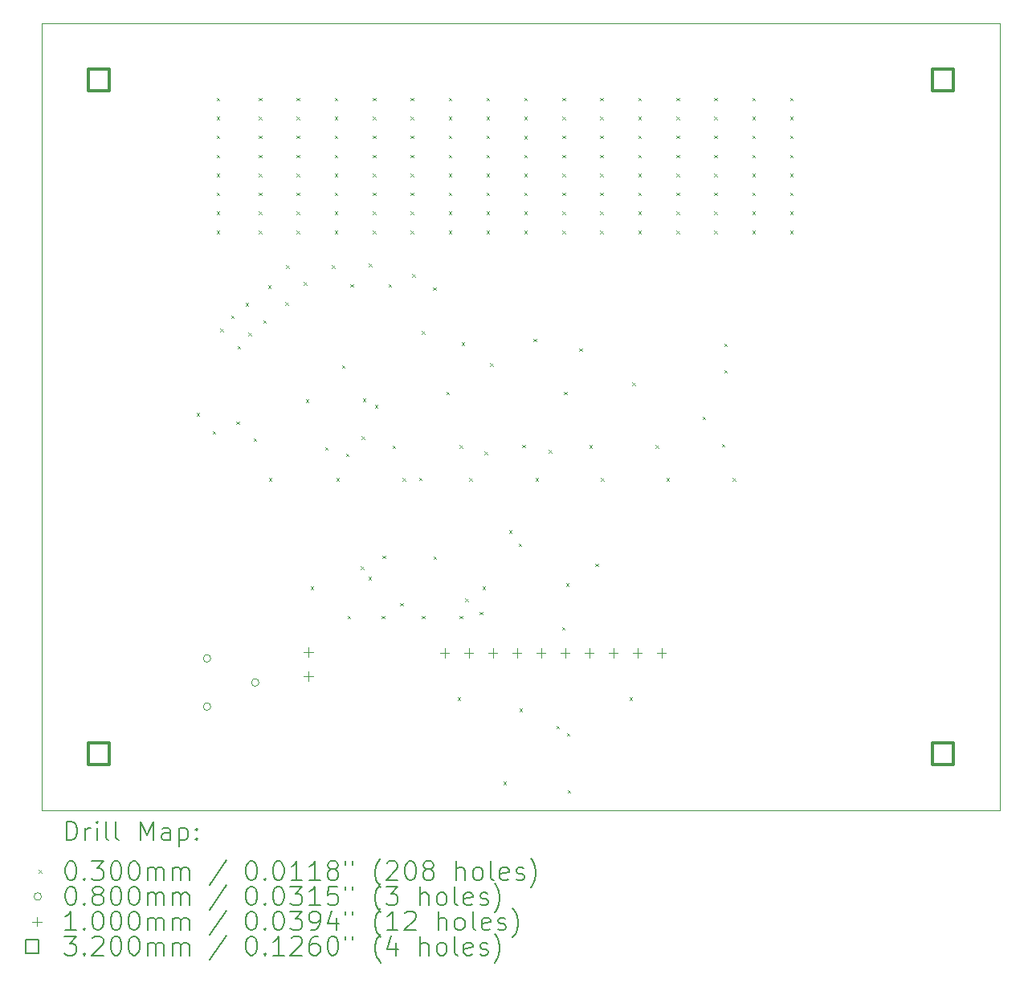
<source format=gbr>
%TF.GenerationSoftware,KiCad,Pcbnew,8.0.6*%
%TF.CreationDate,2024-11-26T09:23:34+00:00*%
%TF.ProjectId,stp16cp05_led_matrix_8x16_breakout_m0805,73747031-3663-4703-9035-5f6c65645f6d,v03*%
%TF.SameCoordinates,Original*%
%TF.FileFunction,Drillmap*%
%TF.FilePolarity,Positive*%
%FSLAX45Y45*%
G04 Gerber Fmt 4.5, Leading zero omitted, Abs format (unit mm)*
G04 Created by KiCad (PCBNEW 8.0.6) date 2024-11-26 09:23:34*
%MOMM*%
%LPD*%
G01*
G04 APERTURE LIST*
%ADD10C,0.050000*%
%ADD11C,0.200000*%
%ADD12C,0.100000*%
%ADD13C,0.320000*%
G04 APERTURE END LIST*
D10*
X13900000Y-4200000D02*
X24000000Y-4200000D01*
X24000000Y-12500000D01*
X13900000Y-12500000D01*
X13900000Y-4200000D01*
D11*
D12*
X15530000Y-8310000D02*
X15560000Y-8340000D01*
X15560000Y-8310000D02*
X15530000Y-8340000D01*
X15700000Y-8500000D02*
X15730000Y-8530000D01*
X15730000Y-8500000D02*
X15700000Y-8530000D01*
X15745000Y-4985000D02*
X15775000Y-5015000D01*
X15775000Y-4985000D02*
X15745000Y-5015000D01*
X15745000Y-5185000D02*
X15775000Y-5215000D01*
X15775000Y-5185000D02*
X15745000Y-5215000D01*
X15745000Y-5385000D02*
X15775000Y-5415000D01*
X15775000Y-5385000D02*
X15745000Y-5415000D01*
X15745000Y-5585000D02*
X15775000Y-5615000D01*
X15775000Y-5585000D02*
X15745000Y-5615000D01*
X15745000Y-5785000D02*
X15775000Y-5815000D01*
X15775000Y-5785000D02*
X15745000Y-5815000D01*
X15745000Y-5985000D02*
X15775000Y-6015000D01*
X15775000Y-5985000D02*
X15745000Y-6015000D01*
X15745000Y-6185000D02*
X15775000Y-6215000D01*
X15775000Y-6185000D02*
X15745000Y-6215000D01*
X15745000Y-6385000D02*
X15775000Y-6415000D01*
X15775000Y-6385000D02*
X15745000Y-6415000D01*
X15780000Y-7420000D02*
X15810000Y-7450000D01*
X15810000Y-7420000D02*
X15780000Y-7450000D01*
X15895000Y-7280000D02*
X15925000Y-7310000D01*
X15925000Y-7280000D02*
X15895000Y-7310000D01*
X15950662Y-8397744D02*
X15980662Y-8427744D01*
X15980662Y-8397744D02*
X15950662Y-8427744D01*
X15965000Y-7600000D02*
X15995000Y-7630000D01*
X15995000Y-7600000D02*
X15965000Y-7630000D01*
X16050000Y-7150000D02*
X16080000Y-7180000D01*
X16080000Y-7150000D02*
X16050000Y-7180000D01*
X16080000Y-7460000D02*
X16110000Y-7490000D01*
X16110000Y-7460000D02*
X16080000Y-7490000D01*
X16132000Y-8575000D02*
X16162000Y-8605000D01*
X16162000Y-8575000D02*
X16132000Y-8605000D01*
X16187589Y-4985000D02*
X16217589Y-5015000D01*
X16217589Y-4985000D02*
X16187589Y-5015000D01*
X16187589Y-5185000D02*
X16217589Y-5215000D01*
X16217589Y-5185000D02*
X16187589Y-5215000D01*
X16187589Y-5385000D02*
X16217589Y-5415000D01*
X16217589Y-5385000D02*
X16187589Y-5415000D01*
X16187589Y-5585000D02*
X16217589Y-5615000D01*
X16217589Y-5585000D02*
X16187589Y-5615000D01*
X16187589Y-5785000D02*
X16217589Y-5815000D01*
X16217589Y-5785000D02*
X16187589Y-5815000D01*
X16187589Y-5985000D02*
X16217589Y-6015000D01*
X16217589Y-5985000D02*
X16187589Y-6015000D01*
X16187589Y-6185000D02*
X16217589Y-6215000D01*
X16217589Y-6185000D02*
X16187589Y-6215000D01*
X16187589Y-6385000D02*
X16217589Y-6415000D01*
X16217589Y-6385000D02*
X16187589Y-6415000D01*
X16235000Y-7330000D02*
X16265000Y-7360000D01*
X16265000Y-7330000D02*
X16235000Y-7360000D01*
X16285000Y-6960000D02*
X16315000Y-6990000D01*
X16315000Y-6960000D02*
X16285000Y-6990000D01*
X16295000Y-8995000D02*
X16325000Y-9025000D01*
X16325000Y-8995000D02*
X16295000Y-9025000D01*
X16465000Y-7140000D02*
X16495000Y-7170000D01*
X16495000Y-7140000D02*
X16465000Y-7170000D01*
X16475000Y-6750000D02*
X16505000Y-6780000D01*
X16505000Y-6750000D02*
X16475000Y-6780000D01*
X16587875Y-4985000D02*
X16617875Y-5015000D01*
X16617875Y-4985000D02*
X16587875Y-5015000D01*
X16587875Y-5185000D02*
X16617875Y-5215000D01*
X16617875Y-5185000D02*
X16587875Y-5215000D01*
X16587875Y-5385000D02*
X16617875Y-5415000D01*
X16617875Y-5385000D02*
X16587875Y-5415000D01*
X16587875Y-5585000D02*
X16617875Y-5615000D01*
X16617875Y-5585000D02*
X16587875Y-5615000D01*
X16587875Y-5785000D02*
X16617875Y-5815000D01*
X16617875Y-5785000D02*
X16587875Y-5815000D01*
X16587875Y-5985000D02*
X16617875Y-6015000D01*
X16617875Y-5985000D02*
X16587875Y-6015000D01*
X16587875Y-6185000D02*
X16617875Y-6215000D01*
X16617875Y-6185000D02*
X16587875Y-6215000D01*
X16587875Y-6385000D02*
X16617875Y-6415000D01*
X16617875Y-6385000D02*
X16587875Y-6415000D01*
X16660000Y-6930000D02*
X16690000Y-6960000D01*
X16690000Y-6930000D02*
X16660000Y-6960000D01*
X16685000Y-8165000D02*
X16715000Y-8195000D01*
X16715000Y-8165000D02*
X16685000Y-8195000D01*
X16735000Y-10135000D02*
X16765000Y-10165000D01*
X16765000Y-10135000D02*
X16735000Y-10165000D01*
X16886160Y-8666720D02*
X16916160Y-8696720D01*
X16916160Y-8666720D02*
X16886160Y-8696720D01*
X16960000Y-6750000D02*
X16990000Y-6780000D01*
X16990000Y-6750000D02*
X16960000Y-6780000D01*
X16988160Y-4985000D02*
X17018160Y-5015000D01*
X17018160Y-4985000D02*
X16988160Y-5015000D01*
X16988160Y-5185000D02*
X17018160Y-5215000D01*
X17018160Y-5185000D02*
X16988160Y-5215000D01*
X16988160Y-5385000D02*
X17018160Y-5415000D01*
X17018160Y-5385000D02*
X16988160Y-5415000D01*
X16988160Y-5585000D02*
X17018160Y-5615000D01*
X17018160Y-5585000D02*
X16988160Y-5615000D01*
X16988160Y-5785000D02*
X17018160Y-5815000D01*
X17018160Y-5785000D02*
X16988160Y-5815000D01*
X16988160Y-5985000D02*
X17018160Y-6015000D01*
X17018160Y-5985000D02*
X16988160Y-6015000D01*
X16988160Y-6185000D02*
X17018160Y-6215000D01*
X17018160Y-6185000D02*
X16988160Y-6215000D01*
X16988160Y-6385000D02*
X17018160Y-6415000D01*
X17018160Y-6385000D02*
X16988160Y-6415000D01*
X17005000Y-8995000D02*
X17035000Y-9025000D01*
X17035000Y-8995000D02*
X17005000Y-9025000D01*
X17065000Y-7805000D02*
X17095000Y-7835000D01*
X17095000Y-7805000D02*
X17065000Y-7835000D01*
X17107140Y-8737840D02*
X17137140Y-8767840D01*
X17137140Y-8737840D02*
X17107140Y-8767840D01*
X17125000Y-10445000D02*
X17155000Y-10475000D01*
X17155000Y-10445000D02*
X17125000Y-10475000D01*
X17155000Y-6950000D02*
X17185000Y-6980000D01*
X17185000Y-6950000D02*
X17155000Y-6980000D01*
X17265000Y-9925000D02*
X17295000Y-9955000D01*
X17295000Y-9925000D02*
X17265000Y-9955000D01*
X17270000Y-8555000D02*
X17300000Y-8585000D01*
X17300000Y-8555000D02*
X17270000Y-8585000D01*
X17285000Y-8155000D02*
X17315000Y-8185000D01*
X17315000Y-8155000D02*
X17285000Y-8185000D01*
X17345000Y-10035000D02*
X17375000Y-10065000D01*
X17375000Y-10035000D02*
X17345000Y-10065000D01*
X17350000Y-6735000D02*
X17380000Y-6765000D01*
X17380000Y-6735000D02*
X17350000Y-6765000D01*
X17388446Y-4985000D02*
X17418446Y-5015000D01*
X17418446Y-4985000D02*
X17388446Y-5015000D01*
X17388446Y-5185000D02*
X17418446Y-5215000D01*
X17418446Y-5185000D02*
X17388446Y-5215000D01*
X17388446Y-5385000D02*
X17418446Y-5415000D01*
X17418446Y-5385000D02*
X17388446Y-5415000D01*
X17388446Y-5585000D02*
X17418446Y-5615000D01*
X17418446Y-5585000D02*
X17388446Y-5615000D01*
X17388446Y-5785000D02*
X17418446Y-5815000D01*
X17418446Y-5785000D02*
X17388446Y-5815000D01*
X17388446Y-5985000D02*
X17418446Y-6015000D01*
X17418446Y-5985000D02*
X17388446Y-6015000D01*
X17388446Y-6185000D02*
X17418446Y-6215000D01*
X17418446Y-6185000D02*
X17388446Y-6215000D01*
X17388446Y-6385000D02*
X17418446Y-6415000D01*
X17418446Y-6385000D02*
X17388446Y-6415000D01*
X17410000Y-8225000D02*
X17440000Y-8255000D01*
X17440000Y-8225000D02*
X17410000Y-8255000D01*
X17485000Y-10445000D02*
X17515000Y-10475000D01*
X17515000Y-10445000D02*
X17485000Y-10475000D01*
X17490000Y-9810000D02*
X17520000Y-9840000D01*
X17520000Y-9810000D02*
X17490000Y-9840000D01*
X17555000Y-6950000D02*
X17585000Y-6980000D01*
X17585000Y-6950000D02*
X17555000Y-6980000D01*
X17597360Y-8651480D02*
X17627360Y-8681480D01*
X17627360Y-8651480D02*
X17597360Y-8681480D01*
X17680000Y-10310000D02*
X17710000Y-10340000D01*
X17710000Y-10310000D02*
X17680000Y-10340000D01*
X17705000Y-8995000D02*
X17735000Y-9025000D01*
X17735000Y-8995000D02*
X17705000Y-9025000D01*
X17788731Y-4985000D02*
X17818731Y-5015000D01*
X17818731Y-4985000D02*
X17788731Y-5015000D01*
X17788731Y-5185000D02*
X17818731Y-5215000D01*
X17818731Y-5185000D02*
X17788731Y-5215000D01*
X17788731Y-5385000D02*
X17818731Y-5415000D01*
X17818731Y-5385000D02*
X17788731Y-5415000D01*
X17788731Y-5585000D02*
X17818731Y-5615000D01*
X17818731Y-5585000D02*
X17788731Y-5615000D01*
X17788731Y-5785000D02*
X17818731Y-5815000D01*
X17818731Y-5785000D02*
X17788731Y-5815000D01*
X17788731Y-5985000D02*
X17818731Y-6015000D01*
X17818731Y-5985000D02*
X17788731Y-6015000D01*
X17788731Y-6185000D02*
X17818731Y-6215000D01*
X17818731Y-6185000D02*
X17788731Y-6215000D01*
X17788731Y-6385000D02*
X17818731Y-6415000D01*
X17818731Y-6385000D02*
X17788731Y-6415000D01*
X17805000Y-6845000D02*
X17835000Y-6875000D01*
X17835000Y-6845000D02*
X17805000Y-6875000D01*
X17876760Y-8991840D02*
X17906760Y-9021840D01*
X17906760Y-8991840D02*
X17876760Y-9021840D01*
X17905000Y-7445000D02*
X17935000Y-7475000D01*
X17935000Y-7445000D02*
X17905000Y-7475000D01*
X17905000Y-10445000D02*
X17935000Y-10475000D01*
X17935000Y-10445000D02*
X17905000Y-10475000D01*
X18025000Y-6985000D02*
X18055000Y-7015000D01*
X18055000Y-6985000D02*
X18025000Y-7015000D01*
X18030000Y-9820000D02*
X18060000Y-9850000D01*
X18060000Y-9820000D02*
X18030000Y-9850000D01*
X18165000Y-8085000D02*
X18195000Y-8115000D01*
X18195000Y-8085000D02*
X18165000Y-8115000D01*
X18189016Y-4985000D02*
X18219016Y-5015000D01*
X18219016Y-4985000D02*
X18189016Y-5015000D01*
X18189016Y-5185000D02*
X18219016Y-5215000D01*
X18219016Y-5185000D02*
X18189016Y-5215000D01*
X18189016Y-5385000D02*
X18219016Y-5415000D01*
X18219016Y-5385000D02*
X18189016Y-5415000D01*
X18189016Y-5585000D02*
X18219016Y-5615000D01*
X18219016Y-5585000D02*
X18189016Y-5615000D01*
X18189016Y-5785000D02*
X18219016Y-5815000D01*
X18219016Y-5785000D02*
X18189016Y-5815000D01*
X18189016Y-5985000D02*
X18219016Y-6015000D01*
X18219016Y-5985000D02*
X18189016Y-6015000D01*
X18189016Y-6185000D02*
X18219016Y-6215000D01*
X18219016Y-6185000D02*
X18189016Y-6215000D01*
X18189016Y-6385000D02*
X18219016Y-6415000D01*
X18219016Y-6385000D02*
X18189016Y-6415000D01*
X18285000Y-11305000D02*
X18315000Y-11335000D01*
X18315000Y-11305000D02*
X18285000Y-11335000D01*
X18303480Y-8646400D02*
X18333480Y-8676400D01*
X18333480Y-8646400D02*
X18303480Y-8676400D01*
X18305000Y-10445000D02*
X18335000Y-10475000D01*
X18335000Y-10445000D02*
X18305000Y-10475000D01*
X18325000Y-7565000D02*
X18355000Y-7595000D01*
X18355000Y-7565000D02*
X18325000Y-7595000D01*
X18365000Y-10265000D02*
X18395000Y-10295000D01*
X18395000Y-10265000D02*
X18365000Y-10295000D01*
X18405000Y-8995000D02*
X18435000Y-9025000D01*
X18435000Y-8995000D02*
X18405000Y-9025000D01*
X18515000Y-10405000D02*
X18545000Y-10435000D01*
X18545000Y-10405000D02*
X18515000Y-10435000D01*
X18545000Y-10135000D02*
X18575000Y-10165000D01*
X18575000Y-10135000D02*
X18545000Y-10165000D01*
X18565000Y-8715000D02*
X18595000Y-8745000D01*
X18595000Y-8715000D02*
X18565000Y-8745000D01*
X18589302Y-4985000D02*
X18619302Y-5015000D01*
X18619302Y-4985000D02*
X18589302Y-5015000D01*
X18589302Y-5185000D02*
X18619302Y-5215000D01*
X18619302Y-5185000D02*
X18589302Y-5215000D01*
X18589302Y-5385000D02*
X18619302Y-5415000D01*
X18619302Y-5385000D02*
X18589302Y-5415000D01*
X18589302Y-5585000D02*
X18619302Y-5615000D01*
X18619302Y-5585000D02*
X18589302Y-5615000D01*
X18589302Y-5785000D02*
X18619302Y-5815000D01*
X18619302Y-5785000D02*
X18589302Y-5815000D01*
X18589302Y-5985000D02*
X18619302Y-6015000D01*
X18619302Y-5985000D02*
X18589302Y-6015000D01*
X18589302Y-6185000D02*
X18619302Y-6215000D01*
X18619302Y-6185000D02*
X18589302Y-6215000D01*
X18589302Y-6385000D02*
X18619302Y-6415000D01*
X18619302Y-6385000D02*
X18589302Y-6415000D01*
X18625000Y-7785000D02*
X18655000Y-7815000D01*
X18655000Y-7785000D02*
X18625000Y-7815000D01*
X18765000Y-12195000D02*
X18795000Y-12225000D01*
X18795000Y-12195000D02*
X18765000Y-12225000D01*
X18825000Y-9545000D02*
X18855000Y-9575000D01*
X18855000Y-9545000D02*
X18825000Y-9575000D01*
X18925000Y-9685000D02*
X18955000Y-9715000D01*
X18955000Y-9685000D02*
X18925000Y-9715000D01*
X18935000Y-11425000D02*
X18965000Y-11455000D01*
X18965000Y-11425000D02*
X18935000Y-11455000D01*
X18966420Y-8641320D02*
X18996420Y-8671320D01*
X18996420Y-8641320D02*
X18966420Y-8671320D01*
X18987167Y-4985509D02*
X19017167Y-5015509D01*
X19017167Y-4985509D02*
X18987167Y-5015509D01*
X18987167Y-5185000D02*
X19017167Y-5215000D01*
X19017167Y-5185000D02*
X18987167Y-5215000D01*
X18987167Y-5385509D02*
X19017167Y-5415509D01*
X19017167Y-5385509D02*
X18987167Y-5415509D01*
X18987167Y-5585000D02*
X19017167Y-5615000D01*
X19017167Y-5585000D02*
X18987167Y-5615000D01*
X18987167Y-5785509D02*
X19017167Y-5815509D01*
X19017167Y-5785509D02*
X18987167Y-5815509D01*
X18987167Y-5985000D02*
X19017167Y-6015000D01*
X19017167Y-5985000D02*
X18987167Y-6015000D01*
X18987167Y-6185509D02*
X19017167Y-6215509D01*
X19017167Y-6185509D02*
X18987167Y-6215509D01*
X18987167Y-6385000D02*
X19017167Y-6415000D01*
X19017167Y-6385000D02*
X18987167Y-6415000D01*
X19085000Y-7525000D02*
X19115000Y-7555000D01*
X19115000Y-7525000D02*
X19085000Y-7555000D01*
X19105000Y-8995000D02*
X19135000Y-9025000D01*
X19135000Y-8995000D02*
X19105000Y-9025000D01*
X19245820Y-8697200D02*
X19275820Y-8727200D01*
X19275820Y-8697200D02*
X19245820Y-8727200D01*
X19325000Y-11605000D02*
X19355000Y-11635000D01*
X19355000Y-11605000D02*
X19325000Y-11635000D01*
X19385000Y-10565000D02*
X19415000Y-10595000D01*
X19415000Y-10565000D02*
X19385000Y-10595000D01*
X19387452Y-4985000D02*
X19417452Y-5015000D01*
X19417452Y-4985000D02*
X19387452Y-5015000D01*
X19387452Y-5185000D02*
X19417452Y-5215000D01*
X19417452Y-5185000D02*
X19387452Y-5215000D01*
X19387452Y-5385000D02*
X19417452Y-5415000D01*
X19417452Y-5385000D02*
X19387452Y-5415000D01*
X19387452Y-5585000D02*
X19417452Y-5615000D01*
X19417452Y-5585000D02*
X19387452Y-5615000D01*
X19387452Y-5785000D02*
X19417452Y-5815000D01*
X19417452Y-5785000D02*
X19387452Y-5815000D01*
X19387452Y-5985000D02*
X19417452Y-6015000D01*
X19417452Y-5985000D02*
X19387452Y-6015000D01*
X19387452Y-6185000D02*
X19417452Y-6215000D01*
X19417452Y-6185000D02*
X19387452Y-6215000D01*
X19387452Y-6385000D02*
X19417452Y-6415000D01*
X19417452Y-6385000D02*
X19387452Y-6415000D01*
X19405000Y-8085000D02*
X19435000Y-8115000D01*
X19435000Y-8085000D02*
X19405000Y-8115000D01*
X19425000Y-10105000D02*
X19455000Y-10135000D01*
X19455000Y-10105000D02*
X19425000Y-10135000D01*
X19436000Y-11684000D02*
X19466000Y-11714000D01*
X19466000Y-11684000D02*
X19436000Y-11714000D01*
X19445000Y-12285000D02*
X19475000Y-12315000D01*
X19475000Y-12285000D02*
X19445000Y-12315000D01*
X19565000Y-7625000D02*
X19595000Y-7655000D01*
X19595000Y-7625000D02*
X19565000Y-7655000D01*
X19670000Y-8648940D02*
X19700000Y-8678940D01*
X19700000Y-8648940D02*
X19670000Y-8678940D01*
X19735000Y-9895000D02*
X19765000Y-9925000D01*
X19765000Y-9895000D02*
X19735000Y-9925000D01*
X19787738Y-4985000D02*
X19817738Y-5015000D01*
X19817738Y-4985000D02*
X19787738Y-5015000D01*
X19787738Y-5185000D02*
X19817738Y-5215000D01*
X19817738Y-5185000D02*
X19787738Y-5215000D01*
X19787738Y-5385000D02*
X19817738Y-5415000D01*
X19817738Y-5385000D02*
X19787738Y-5415000D01*
X19787738Y-5585000D02*
X19817738Y-5615000D01*
X19817738Y-5585000D02*
X19787738Y-5615000D01*
X19787738Y-5785000D02*
X19817738Y-5815000D01*
X19817738Y-5785000D02*
X19787738Y-5815000D01*
X19787738Y-5985000D02*
X19817738Y-6015000D01*
X19817738Y-5985000D02*
X19787738Y-6015000D01*
X19787738Y-6185000D02*
X19817738Y-6215000D01*
X19817738Y-6185000D02*
X19787738Y-6215000D01*
X19787738Y-6385000D02*
X19817738Y-6415000D01*
X19817738Y-6385000D02*
X19787738Y-6415000D01*
X19795000Y-8995000D02*
X19825000Y-9025000D01*
X19825000Y-8995000D02*
X19795000Y-9025000D01*
X20095000Y-11305000D02*
X20125000Y-11335000D01*
X20125000Y-11305000D02*
X20095000Y-11335000D01*
X20125000Y-7985000D02*
X20155000Y-8015000D01*
X20155000Y-7985000D02*
X20125000Y-8015000D01*
X20188023Y-4985000D02*
X20218023Y-5015000D01*
X20218023Y-4985000D02*
X20188023Y-5015000D01*
X20188023Y-5185000D02*
X20218023Y-5215000D01*
X20218023Y-5185000D02*
X20188023Y-5215000D01*
X20188023Y-5385000D02*
X20218023Y-5415000D01*
X20218023Y-5385000D02*
X20188023Y-5415000D01*
X20188023Y-5585000D02*
X20218023Y-5615000D01*
X20218023Y-5585000D02*
X20188023Y-5615000D01*
X20188023Y-5785000D02*
X20218023Y-5815000D01*
X20218023Y-5785000D02*
X20188023Y-5815000D01*
X20188023Y-5985000D02*
X20218023Y-6015000D01*
X20218023Y-5985000D02*
X20188023Y-6015000D01*
X20188023Y-6185000D02*
X20218023Y-6215000D01*
X20218023Y-6185000D02*
X20188023Y-6215000D01*
X20188023Y-6385000D02*
X20218023Y-6415000D01*
X20218023Y-6385000D02*
X20188023Y-6415000D01*
X20371040Y-8648940D02*
X20401040Y-8678940D01*
X20401040Y-8648940D02*
X20371040Y-8678940D01*
X20485000Y-8995000D02*
X20515000Y-9025000D01*
X20515000Y-8995000D02*
X20485000Y-9025000D01*
X20588308Y-4985000D02*
X20618308Y-5015000D01*
X20618308Y-4985000D02*
X20588308Y-5015000D01*
X20588308Y-5185000D02*
X20618308Y-5215000D01*
X20618308Y-5185000D02*
X20588308Y-5215000D01*
X20588308Y-5385000D02*
X20618308Y-5415000D01*
X20618308Y-5385000D02*
X20588308Y-5415000D01*
X20588308Y-5585000D02*
X20618308Y-5615000D01*
X20618308Y-5585000D02*
X20588308Y-5615000D01*
X20588308Y-5785000D02*
X20618308Y-5815000D01*
X20618308Y-5785000D02*
X20588308Y-5815000D01*
X20588308Y-5985000D02*
X20618308Y-6015000D01*
X20618308Y-5985000D02*
X20588308Y-6015000D01*
X20588308Y-6185000D02*
X20618308Y-6215000D01*
X20618308Y-6185000D02*
X20588308Y-6215000D01*
X20588308Y-6385000D02*
X20618308Y-6415000D01*
X20618308Y-6385000D02*
X20588308Y-6415000D01*
X20865000Y-8345000D02*
X20895000Y-8375000D01*
X20895000Y-8345000D02*
X20865000Y-8375000D01*
X20988594Y-4985000D02*
X21018594Y-5015000D01*
X21018594Y-4985000D02*
X20988594Y-5015000D01*
X20988594Y-5185000D02*
X21018594Y-5215000D01*
X21018594Y-5185000D02*
X20988594Y-5215000D01*
X20988594Y-5385000D02*
X21018594Y-5415000D01*
X21018594Y-5385000D02*
X20988594Y-5415000D01*
X20988594Y-5585000D02*
X21018594Y-5615000D01*
X21018594Y-5585000D02*
X20988594Y-5615000D01*
X20988594Y-5785000D02*
X21018594Y-5815000D01*
X21018594Y-5785000D02*
X20988594Y-5815000D01*
X20988594Y-5985000D02*
X21018594Y-6015000D01*
X21018594Y-5985000D02*
X20988594Y-6015000D01*
X20988594Y-6185000D02*
X21018594Y-6215000D01*
X21018594Y-6185000D02*
X20988594Y-6215000D01*
X20988594Y-6385000D02*
X21018594Y-6415000D01*
X21018594Y-6385000D02*
X20988594Y-6415000D01*
X21069540Y-8633700D02*
X21099540Y-8663700D01*
X21099540Y-8633700D02*
X21069540Y-8663700D01*
X21095000Y-7575000D02*
X21125000Y-7605000D01*
X21125000Y-7575000D02*
X21095000Y-7605000D01*
X21095000Y-7855000D02*
X21125000Y-7885000D01*
X21125000Y-7855000D02*
X21095000Y-7885000D01*
X21185000Y-8995000D02*
X21215000Y-9025000D01*
X21215000Y-8995000D02*
X21185000Y-9025000D01*
X21388879Y-4985000D02*
X21418879Y-5015000D01*
X21418879Y-4985000D02*
X21388879Y-5015000D01*
X21388879Y-5185000D02*
X21418879Y-5215000D01*
X21418879Y-5185000D02*
X21388879Y-5215000D01*
X21388879Y-5385000D02*
X21418879Y-5415000D01*
X21418879Y-5385000D02*
X21388879Y-5415000D01*
X21388879Y-5585000D02*
X21418879Y-5615000D01*
X21418879Y-5585000D02*
X21388879Y-5615000D01*
X21388879Y-5785000D02*
X21418879Y-5815000D01*
X21418879Y-5785000D02*
X21388879Y-5815000D01*
X21388879Y-5985000D02*
X21418879Y-6015000D01*
X21418879Y-5985000D02*
X21388879Y-6015000D01*
X21388879Y-6185000D02*
X21418879Y-6215000D01*
X21418879Y-6185000D02*
X21388879Y-6215000D01*
X21388879Y-6385000D02*
X21418879Y-6415000D01*
X21418879Y-6385000D02*
X21388879Y-6415000D01*
X21789165Y-4985000D02*
X21819165Y-5015000D01*
X21819165Y-4985000D02*
X21789165Y-5015000D01*
X21789165Y-5185000D02*
X21819165Y-5215000D01*
X21819165Y-5185000D02*
X21789165Y-5215000D01*
X21789165Y-5385000D02*
X21819165Y-5415000D01*
X21819165Y-5385000D02*
X21789165Y-5415000D01*
X21789165Y-5585000D02*
X21819165Y-5615000D01*
X21819165Y-5585000D02*
X21789165Y-5615000D01*
X21789165Y-5785000D02*
X21819165Y-5815000D01*
X21819165Y-5785000D02*
X21789165Y-5815000D01*
X21789165Y-5985000D02*
X21819165Y-6015000D01*
X21819165Y-5985000D02*
X21789165Y-6015000D01*
X21789165Y-6185000D02*
X21819165Y-6215000D01*
X21819165Y-6185000D02*
X21789165Y-6215000D01*
X21789165Y-6385000D02*
X21819165Y-6415000D01*
X21819165Y-6385000D02*
X21789165Y-6415000D01*
X15682000Y-10896000D02*
G75*
G02*
X15602000Y-10896000I-40000J0D01*
G01*
X15602000Y-10896000D02*
G75*
G02*
X15682000Y-10896000I40000J0D01*
G01*
X15682000Y-11404000D02*
G75*
G02*
X15602000Y-11404000I-40000J0D01*
G01*
X15602000Y-11404000D02*
G75*
G02*
X15682000Y-11404000I40000J0D01*
G01*
X16190000Y-11150000D02*
G75*
G02*
X16110000Y-11150000I-40000J0D01*
G01*
X16110000Y-11150000D02*
G75*
G02*
X16190000Y-11150000I40000J0D01*
G01*
X16710000Y-10780000D02*
X16710000Y-10880000D01*
X16660000Y-10830000D02*
X16760000Y-10830000D01*
X16710000Y-11034000D02*
X16710000Y-11134000D01*
X16660000Y-11084000D02*
X16760000Y-11084000D01*
X18146000Y-10790000D02*
X18146000Y-10890000D01*
X18096000Y-10840000D02*
X18196000Y-10840000D01*
X18400000Y-10790000D02*
X18400000Y-10890000D01*
X18350000Y-10840000D02*
X18450000Y-10840000D01*
X18654000Y-10790000D02*
X18654000Y-10890000D01*
X18604000Y-10840000D02*
X18704000Y-10840000D01*
X18908000Y-10790000D02*
X18908000Y-10890000D01*
X18858000Y-10840000D02*
X18958000Y-10840000D01*
X19162000Y-10790000D02*
X19162000Y-10890000D01*
X19112000Y-10840000D02*
X19212000Y-10840000D01*
X19416000Y-10790000D02*
X19416000Y-10890000D01*
X19366000Y-10840000D02*
X19466000Y-10840000D01*
X19670000Y-10790000D02*
X19670000Y-10890000D01*
X19620000Y-10840000D02*
X19720000Y-10840000D01*
X19924000Y-10790000D02*
X19924000Y-10890000D01*
X19874000Y-10840000D02*
X19974000Y-10840000D01*
X20178000Y-10790000D02*
X20178000Y-10890000D01*
X20128000Y-10840000D02*
X20228000Y-10840000D01*
X20432000Y-10790000D02*
X20432000Y-10890000D01*
X20382000Y-10840000D02*
X20482000Y-10840000D01*
D13*
X14613138Y-4913138D02*
X14613138Y-4686862D01*
X14386862Y-4686862D01*
X14386862Y-4913138D01*
X14613138Y-4913138D01*
X14613138Y-12013138D02*
X14613138Y-11786862D01*
X14386862Y-11786862D01*
X14386862Y-12013138D01*
X14613138Y-12013138D01*
X23513138Y-4913138D02*
X23513138Y-4686862D01*
X23286862Y-4686862D01*
X23286862Y-4913138D01*
X23513138Y-4913138D01*
X23513138Y-12013138D02*
X23513138Y-11786862D01*
X23286862Y-11786862D01*
X23286862Y-12013138D01*
X23513138Y-12013138D01*
D11*
X14158277Y-12813984D02*
X14158277Y-12613984D01*
X14158277Y-12613984D02*
X14205896Y-12613984D01*
X14205896Y-12613984D02*
X14234467Y-12623508D01*
X14234467Y-12623508D02*
X14253515Y-12642555D01*
X14253515Y-12642555D02*
X14263039Y-12661603D01*
X14263039Y-12661603D02*
X14272562Y-12699698D01*
X14272562Y-12699698D02*
X14272562Y-12728269D01*
X14272562Y-12728269D02*
X14263039Y-12766365D01*
X14263039Y-12766365D02*
X14253515Y-12785412D01*
X14253515Y-12785412D02*
X14234467Y-12804460D01*
X14234467Y-12804460D02*
X14205896Y-12813984D01*
X14205896Y-12813984D02*
X14158277Y-12813984D01*
X14358277Y-12813984D02*
X14358277Y-12680650D01*
X14358277Y-12718746D02*
X14367801Y-12699698D01*
X14367801Y-12699698D02*
X14377324Y-12690174D01*
X14377324Y-12690174D02*
X14396372Y-12680650D01*
X14396372Y-12680650D02*
X14415420Y-12680650D01*
X14482086Y-12813984D02*
X14482086Y-12680650D01*
X14482086Y-12613984D02*
X14472562Y-12623508D01*
X14472562Y-12623508D02*
X14482086Y-12633031D01*
X14482086Y-12633031D02*
X14491610Y-12623508D01*
X14491610Y-12623508D02*
X14482086Y-12613984D01*
X14482086Y-12613984D02*
X14482086Y-12633031D01*
X14605896Y-12813984D02*
X14586848Y-12804460D01*
X14586848Y-12804460D02*
X14577324Y-12785412D01*
X14577324Y-12785412D02*
X14577324Y-12613984D01*
X14710658Y-12813984D02*
X14691610Y-12804460D01*
X14691610Y-12804460D02*
X14682086Y-12785412D01*
X14682086Y-12785412D02*
X14682086Y-12613984D01*
X14939229Y-12813984D02*
X14939229Y-12613984D01*
X14939229Y-12613984D02*
X15005896Y-12756841D01*
X15005896Y-12756841D02*
X15072562Y-12613984D01*
X15072562Y-12613984D02*
X15072562Y-12813984D01*
X15253515Y-12813984D02*
X15253515Y-12709222D01*
X15253515Y-12709222D02*
X15243991Y-12690174D01*
X15243991Y-12690174D02*
X15224943Y-12680650D01*
X15224943Y-12680650D02*
X15186848Y-12680650D01*
X15186848Y-12680650D02*
X15167801Y-12690174D01*
X15253515Y-12804460D02*
X15234467Y-12813984D01*
X15234467Y-12813984D02*
X15186848Y-12813984D01*
X15186848Y-12813984D02*
X15167801Y-12804460D01*
X15167801Y-12804460D02*
X15158277Y-12785412D01*
X15158277Y-12785412D02*
X15158277Y-12766365D01*
X15158277Y-12766365D02*
X15167801Y-12747317D01*
X15167801Y-12747317D02*
X15186848Y-12737793D01*
X15186848Y-12737793D02*
X15234467Y-12737793D01*
X15234467Y-12737793D02*
X15253515Y-12728269D01*
X15348753Y-12680650D02*
X15348753Y-12880650D01*
X15348753Y-12690174D02*
X15367801Y-12680650D01*
X15367801Y-12680650D02*
X15405896Y-12680650D01*
X15405896Y-12680650D02*
X15424943Y-12690174D01*
X15424943Y-12690174D02*
X15434467Y-12699698D01*
X15434467Y-12699698D02*
X15443991Y-12718746D01*
X15443991Y-12718746D02*
X15443991Y-12775888D01*
X15443991Y-12775888D02*
X15434467Y-12794936D01*
X15434467Y-12794936D02*
X15424943Y-12804460D01*
X15424943Y-12804460D02*
X15405896Y-12813984D01*
X15405896Y-12813984D02*
X15367801Y-12813984D01*
X15367801Y-12813984D02*
X15348753Y-12804460D01*
X15529705Y-12794936D02*
X15539229Y-12804460D01*
X15539229Y-12804460D02*
X15529705Y-12813984D01*
X15529705Y-12813984D02*
X15520182Y-12804460D01*
X15520182Y-12804460D02*
X15529705Y-12794936D01*
X15529705Y-12794936D02*
X15529705Y-12813984D01*
X15529705Y-12690174D02*
X15539229Y-12699698D01*
X15539229Y-12699698D02*
X15529705Y-12709222D01*
X15529705Y-12709222D02*
X15520182Y-12699698D01*
X15520182Y-12699698D02*
X15529705Y-12690174D01*
X15529705Y-12690174D02*
X15529705Y-12709222D01*
D12*
X13867500Y-13127500D02*
X13897500Y-13157500D01*
X13897500Y-13127500D02*
X13867500Y-13157500D01*
D11*
X14196372Y-13033984D02*
X14215420Y-13033984D01*
X14215420Y-13033984D02*
X14234467Y-13043508D01*
X14234467Y-13043508D02*
X14243991Y-13053031D01*
X14243991Y-13053031D02*
X14253515Y-13072079D01*
X14253515Y-13072079D02*
X14263039Y-13110174D01*
X14263039Y-13110174D02*
X14263039Y-13157793D01*
X14263039Y-13157793D02*
X14253515Y-13195888D01*
X14253515Y-13195888D02*
X14243991Y-13214936D01*
X14243991Y-13214936D02*
X14234467Y-13224460D01*
X14234467Y-13224460D02*
X14215420Y-13233984D01*
X14215420Y-13233984D02*
X14196372Y-13233984D01*
X14196372Y-13233984D02*
X14177324Y-13224460D01*
X14177324Y-13224460D02*
X14167801Y-13214936D01*
X14167801Y-13214936D02*
X14158277Y-13195888D01*
X14158277Y-13195888D02*
X14148753Y-13157793D01*
X14148753Y-13157793D02*
X14148753Y-13110174D01*
X14148753Y-13110174D02*
X14158277Y-13072079D01*
X14158277Y-13072079D02*
X14167801Y-13053031D01*
X14167801Y-13053031D02*
X14177324Y-13043508D01*
X14177324Y-13043508D02*
X14196372Y-13033984D01*
X14348753Y-13214936D02*
X14358277Y-13224460D01*
X14358277Y-13224460D02*
X14348753Y-13233984D01*
X14348753Y-13233984D02*
X14339229Y-13224460D01*
X14339229Y-13224460D02*
X14348753Y-13214936D01*
X14348753Y-13214936D02*
X14348753Y-13233984D01*
X14424943Y-13033984D02*
X14548753Y-13033984D01*
X14548753Y-13033984D02*
X14482086Y-13110174D01*
X14482086Y-13110174D02*
X14510658Y-13110174D01*
X14510658Y-13110174D02*
X14529705Y-13119698D01*
X14529705Y-13119698D02*
X14539229Y-13129222D01*
X14539229Y-13129222D02*
X14548753Y-13148269D01*
X14548753Y-13148269D02*
X14548753Y-13195888D01*
X14548753Y-13195888D02*
X14539229Y-13214936D01*
X14539229Y-13214936D02*
X14529705Y-13224460D01*
X14529705Y-13224460D02*
X14510658Y-13233984D01*
X14510658Y-13233984D02*
X14453515Y-13233984D01*
X14453515Y-13233984D02*
X14434467Y-13224460D01*
X14434467Y-13224460D02*
X14424943Y-13214936D01*
X14672562Y-13033984D02*
X14691610Y-13033984D01*
X14691610Y-13033984D02*
X14710658Y-13043508D01*
X14710658Y-13043508D02*
X14720182Y-13053031D01*
X14720182Y-13053031D02*
X14729705Y-13072079D01*
X14729705Y-13072079D02*
X14739229Y-13110174D01*
X14739229Y-13110174D02*
X14739229Y-13157793D01*
X14739229Y-13157793D02*
X14729705Y-13195888D01*
X14729705Y-13195888D02*
X14720182Y-13214936D01*
X14720182Y-13214936D02*
X14710658Y-13224460D01*
X14710658Y-13224460D02*
X14691610Y-13233984D01*
X14691610Y-13233984D02*
X14672562Y-13233984D01*
X14672562Y-13233984D02*
X14653515Y-13224460D01*
X14653515Y-13224460D02*
X14643991Y-13214936D01*
X14643991Y-13214936D02*
X14634467Y-13195888D01*
X14634467Y-13195888D02*
X14624943Y-13157793D01*
X14624943Y-13157793D02*
X14624943Y-13110174D01*
X14624943Y-13110174D02*
X14634467Y-13072079D01*
X14634467Y-13072079D02*
X14643991Y-13053031D01*
X14643991Y-13053031D02*
X14653515Y-13043508D01*
X14653515Y-13043508D02*
X14672562Y-13033984D01*
X14863039Y-13033984D02*
X14882086Y-13033984D01*
X14882086Y-13033984D02*
X14901134Y-13043508D01*
X14901134Y-13043508D02*
X14910658Y-13053031D01*
X14910658Y-13053031D02*
X14920182Y-13072079D01*
X14920182Y-13072079D02*
X14929705Y-13110174D01*
X14929705Y-13110174D02*
X14929705Y-13157793D01*
X14929705Y-13157793D02*
X14920182Y-13195888D01*
X14920182Y-13195888D02*
X14910658Y-13214936D01*
X14910658Y-13214936D02*
X14901134Y-13224460D01*
X14901134Y-13224460D02*
X14882086Y-13233984D01*
X14882086Y-13233984D02*
X14863039Y-13233984D01*
X14863039Y-13233984D02*
X14843991Y-13224460D01*
X14843991Y-13224460D02*
X14834467Y-13214936D01*
X14834467Y-13214936D02*
X14824943Y-13195888D01*
X14824943Y-13195888D02*
X14815420Y-13157793D01*
X14815420Y-13157793D02*
X14815420Y-13110174D01*
X14815420Y-13110174D02*
X14824943Y-13072079D01*
X14824943Y-13072079D02*
X14834467Y-13053031D01*
X14834467Y-13053031D02*
X14843991Y-13043508D01*
X14843991Y-13043508D02*
X14863039Y-13033984D01*
X15015420Y-13233984D02*
X15015420Y-13100650D01*
X15015420Y-13119698D02*
X15024943Y-13110174D01*
X15024943Y-13110174D02*
X15043991Y-13100650D01*
X15043991Y-13100650D02*
X15072563Y-13100650D01*
X15072563Y-13100650D02*
X15091610Y-13110174D01*
X15091610Y-13110174D02*
X15101134Y-13129222D01*
X15101134Y-13129222D02*
X15101134Y-13233984D01*
X15101134Y-13129222D02*
X15110658Y-13110174D01*
X15110658Y-13110174D02*
X15129705Y-13100650D01*
X15129705Y-13100650D02*
X15158277Y-13100650D01*
X15158277Y-13100650D02*
X15177324Y-13110174D01*
X15177324Y-13110174D02*
X15186848Y-13129222D01*
X15186848Y-13129222D02*
X15186848Y-13233984D01*
X15282086Y-13233984D02*
X15282086Y-13100650D01*
X15282086Y-13119698D02*
X15291610Y-13110174D01*
X15291610Y-13110174D02*
X15310658Y-13100650D01*
X15310658Y-13100650D02*
X15339229Y-13100650D01*
X15339229Y-13100650D02*
X15358277Y-13110174D01*
X15358277Y-13110174D02*
X15367801Y-13129222D01*
X15367801Y-13129222D02*
X15367801Y-13233984D01*
X15367801Y-13129222D02*
X15377324Y-13110174D01*
X15377324Y-13110174D02*
X15396372Y-13100650D01*
X15396372Y-13100650D02*
X15424943Y-13100650D01*
X15424943Y-13100650D02*
X15443991Y-13110174D01*
X15443991Y-13110174D02*
X15453515Y-13129222D01*
X15453515Y-13129222D02*
X15453515Y-13233984D01*
X15843991Y-13024460D02*
X15672563Y-13281603D01*
X16101134Y-13033984D02*
X16120182Y-13033984D01*
X16120182Y-13033984D02*
X16139229Y-13043508D01*
X16139229Y-13043508D02*
X16148753Y-13053031D01*
X16148753Y-13053031D02*
X16158277Y-13072079D01*
X16158277Y-13072079D02*
X16167801Y-13110174D01*
X16167801Y-13110174D02*
X16167801Y-13157793D01*
X16167801Y-13157793D02*
X16158277Y-13195888D01*
X16158277Y-13195888D02*
X16148753Y-13214936D01*
X16148753Y-13214936D02*
X16139229Y-13224460D01*
X16139229Y-13224460D02*
X16120182Y-13233984D01*
X16120182Y-13233984D02*
X16101134Y-13233984D01*
X16101134Y-13233984D02*
X16082086Y-13224460D01*
X16082086Y-13224460D02*
X16072563Y-13214936D01*
X16072563Y-13214936D02*
X16063039Y-13195888D01*
X16063039Y-13195888D02*
X16053515Y-13157793D01*
X16053515Y-13157793D02*
X16053515Y-13110174D01*
X16053515Y-13110174D02*
X16063039Y-13072079D01*
X16063039Y-13072079D02*
X16072563Y-13053031D01*
X16072563Y-13053031D02*
X16082086Y-13043508D01*
X16082086Y-13043508D02*
X16101134Y-13033984D01*
X16253515Y-13214936D02*
X16263039Y-13224460D01*
X16263039Y-13224460D02*
X16253515Y-13233984D01*
X16253515Y-13233984D02*
X16243991Y-13224460D01*
X16243991Y-13224460D02*
X16253515Y-13214936D01*
X16253515Y-13214936D02*
X16253515Y-13233984D01*
X16386848Y-13033984D02*
X16405896Y-13033984D01*
X16405896Y-13033984D02*
X16424944Y-13043508D01*
X16424944Y-13043508D02*
X16434467Y-13053031D01*
X16434467Y-13053031D02*
X16443991Y-13072079D01*
X16443991Y-13072079D02*
X16453515Y-13110174D01*
X16453515Y-13110174D02*
X16453515Y-13157793D01*
X16453515Y-13157793D02*
X16443991Y-13195888D01*
X16443991Y-13195888D02*
X16434467Y-13214936D01*
X16434467Y-13214936D02*
X16424944Y-13224460D01*
X16424944Y-13224460D02*
X16405896Y-13233984D01*
X16405896Y-13233984D02*
X16386848Y-13233984D01*
X16386848Y-13233984D02*
X16367801Y-13224460D01*
X16367801Y-13224460D02*
X16358277Y-13214936D01*
X16358277Y-13214936D02*
X16348753Y-13195888D01*
X16348753Y-13195888D02*
X16339229Y-13157793D01*
X16339229Y-13157793D02*
X16339229Y-13110174D01*
X16339229Y-13110174D02*
X16348753Y-13072079D01*
X16348753Y-13072079D02*
X16358277Y-13053031D01*
X16358277Y-13053031D02*
X16367801Y-13043508D01*
X16367801Y-13043508D02*
X16386848Y-13033984D01*
X16643991Y-13233984D02*
X16529706Y-13233984D01*
X16586848Y-13233984D02*
X16586848Y-13033984D01*
X16586848Y-13033984D02*
X16567801Y-13062555D01*
X16567801Y-13062555D02*
X16548753Y-13081603D01*
X16548753Y-13081603D02*
X16529706Y-13091127D01*
X16834468Y-13233984D02*
X16720182Y-13233984D01*
X16777325Y-13233984D02*
X16777325Y-13033984D01*
X16777325Y-13033984D02*
X16758277Y-13062555D01*
X16758277Y-13062555D02*
X16739229Y-13081603D01*
X16739229Y-13081603D02*
X16720182Y-13091127D01*
X16948753Y-13119698D02*
X16929706Y-13110174D01*
X16929706Y-13110174D02*
X16920182Y-13100650D01*
X16920182Y-13100650D02*
X16910658Y-13081603D01*
X16910658Y-13081603D02*
X16910658Y-13072079D01*
X16910658Y-13072079D02*
X16920182Y-13053031D01*
X16920182Y-13053031D02*
X16929706Y-13043508D01*
X16929706Y-13043508D02*
X16948753Y-13033984D01*
X16948753Y-13033984D02*
X16986849Y-13033984D01*
X16986849Y-13033984D02*
X17005896Y-13043508D01*
X17005896Y-13043508D02*
X17015420Y-13053031D01*
X17015420Y-13053031D02*
X17024944Y-13072079D01*
X17024944Y-13072079D02*
X17024944Y-13081603D01*
X17024944Y-13081603D02*
X17015420Y-13100650D01*
X17015420Y-13100650D02*
X17005896Y-13110174D01*
X17005896Y-13110174D02*
X16986849Y-13119698D01*
X16986849Y-13119698D02*
X16948753Y-13119698D01*
X16948753Y-13119698D02*
X16929706Y-13129222D01*
X16929706Y-13129222D02*
X16920182Y-13138746D01*
X16920182Y-13138746D02*
X16910658Y-13157793D01*
X16910658Y-13157793D02*
X16910658Y-13195888D01*
X16910658Y-13195888D02*
X16920182Y-13214936D01*
X16920182Y-13214936D02*
X16929706Y-13224460D01*
X16929706Y-13224460D02*
X16948753Y-13233984D01*
X16948753Y-13233984D02*
X16986849Y-13233984D01*
X16986849Y-13233984D02*
X17005896Y-13224460D01*
X17005896Y-13224460D02*
X17015420Y-13214936D01*
X17015420Y-13214936D02*
X17024944Y-13195888D01*
X17024944Y-13195888D02*
X17024944Y-13157793D01*
X17024944Y-13157793D02*
X17015420Y-13138746D01*
X17015420Y-13138746D02*
X17005896Y-13129222D01*
X17005896Y-13129222D02*
X16986849Y-13119698D01*
X17101134Y-13033984D02*
X17101134Y-13072079D01*
X17177325Y-13033984D02*
X17177325Y-13072079D01*
X17472563Y-13310174D02*
X17463039Y-13300650D01*
X17463039Y-13300650D02*
X17443991Y-13272079D01*
X17443991Y-13272079D02*
X17434468Y-13253031D01*
X17434468Y-13253031D02*
X17424944Y-13224460D01*
X17424944Y-13224460D02*
X17415420Y-13176841D01*
X17415420Y-13176841D02*
X17415420Y-13138746D01*
X17415420Y-13138746D02*
X17424944Y-13091127D01*
X17424944Y-13091127D02*
X17434468Y-13062555D01*
X17434468Y-13062555D02*
X17443991Y-13043508D01*
X17443991Y-13043508D02*
X17463039Y-13014936D01*
X17463039Y-13014936D02*
X17472563Y-13005412D01*
X17539230Y-13053031D02*
X17548753Y-13043508D01*
X17548753Y-13043508D02*
X17567801Y-13033984D01*
X17567801Y-13033984D02*
X17615420Y-13033984D01*
X17615420Y-13033984D02*
X17634468Y-13043508D01*
X17634468Y-13043508D02*
X17643991Y-13053031D01*
X17643991Y-13053031D02*
X17653515Y-13072079D01*
X17653515Y-13072079D02*
X17653515Y-13091127D01*
X17653515Y-13091127D02*
X17643991Y-13119698D01*
X17643991Y-13119698D02*
X17529706Y-13233984D01*
X17529706Y-13233984D02*
X17653515Y-13233984D01*
X17777325Y-13033984D02*
X17796372Y-13033984D01*
X17796372Y-13033984D02*
X17815420Y-13043508D01*
X17815420Y-13043508D02*
X17824944Y-13053031D01*
X17824944Y-13053031D02*
X17834468Y-13072079D01*
X17834468Y-13072079D02*
X17843991Y-13110174D01*
X17843991Y-13110174D02*
X17843991Y-13157793D01*
X17843991Y-13157793D02*
X17834468Y-13195888D01*
X17834468Y-13195888D02*
X17824944Y-13214936D01*
X17824944Y-13214936D02*
X17815420Y-13224460D01*
X17815420Y-13224460D02*
X17796372Y-13233984D01*
X17796372Y-13233984D02*
X17777325Y-13233984D01*
X17777325Y-13233984D02*
X17758277Y-13224460D01*
X17758277Y-13224460D02*
X17748753Y-13214936D01*
X17748753Y-13214936D02*
X17739230Y-13195888D01*
X17739230Y-13195888D02*
X17729706Y-13157793D01*
X17729706Y-13157793D02*
X17729706Y-13110174D01*
X17729706Y-13110174D02*
X17739230Y-13072079D01*
X17739230Y-13072079D02*
X17748753Y-13053031D01*
X17748753Y-13053031D02*
X17758277Y-13043508D01*
X17758277Y-13043508D02*
X17777325Y-13033984D01*
X17958277Y-13119698D02*
X17939230Y-13110174D01*
X17939230Y-13110174D02*
X17929706Y-13100650D01*
X17929706Y-13100650D02*
X17920182Y-13081603D01*
X17920182Y-13081603D02*
X17920182Y-13072079D01*
X17920182Y-13072079D02*
X17929706Y-13053031D01*
X17929706Y-13053031D02*
X17939230Y-13043508D01*
X17939230Y-13043508D02*
X17958277Y-13033984D01*
X17958277Y-13033984D02*
X17996372Y-13033984D01*
X17996372Y-13033984D02*
X18015420Y-13043508D01*
X18015420Y-13043508D02*
X18024944Y-13053031D01*
X18024944Y-13053031D02*
X18034468Y-13072079D01*
X18034468Y-13072079D02*
X18034468Y-13081603D01*
X18034468Y-13081603D02*
X18024944Y-13100650D01*
X18024944Y-13100650D02*
X18015420Y-13110174D01*
X18015420Y-13110174D02*
X17996372Y-13119698D01*
X17996372Y-13119698D02*
X17958277Y-13119698D01*
X17958277Y-13119698D02*
X17939230Y-13129222D01*
X17939230Y-13129222D02*
X17929706Y-13138746D01*
X17929706Y-13138746D02*
X17920182Y-13157793D01*
X17920182Y-13157793D02*
X17920182Y-13195888D01*
X17920182Y-13195888D02*
X17929706Y-13214936D01*
X17929706Y-13214936D02*
X17939230Y-13224460D01*
X17939230Y-13224460D02*
X17958277Y-13233984D01*
X17958277Y-13233984D02*
X17996372Y-13233984D01*
X17996372Y-13233984D02*
X18015420Y-13224460D01*
X18015420Y-13224460D02*
X18024944Y-13214936D01*
X18024944Y-13214936D02*
X18034468Y-13195888D01*
X18034468Y-13195888D02*
X18034468Y-13157793D01*
X18034468Y-13157793D02*
X18024944Y-13138746D01*
X18024944Y-13138746D02*
X18015420Y-13129222D01*
X18015420Y-13129222D02*
X17996372Y-13119698D01*
X18272563Y-13233984D02*
X18272563Y-13033984D01*
X18358277Y-13233984D02*
X18358277Y-13129222D01*
X18358277Y-13129222D02*
X18348753Y-13110174D01*
X18348753Y-13110174D02*
X18329706Y-13100650D01*
X18329706Y-13100650D02*
X18301134Y-13100650D01*
X18301134Y-13100650D02*
X18282087Y-13110174D01*
X18282087Y-13110174D02*
X18272563Y-13119698D01*
X18482087Y-13233984D02*
X18463039Y-13224460D01*
X18463039Y-13224460D02*
X18453515Y-13214936D01*
X18453515Y-13214936D02*
X18443992Y-13195888D01*
X18443992Y-13195888D02*
X18443992Y-13138746D01*
X18443992Y-13138746D02*
X18453515Y-13119698D01*
X18453515Y-13119698D02*
X18463039Y-13110174D01*
X18463039Y-13110174D02*
X18482087Y-13100650D01*
X18482087Y-13100650D02*
X18510658Y-13100650D01*
X18510658Y-13100650D02*
X18529706Y-13110174D01*
X18529706Y-13110174D02*
X18539230Y-13119698D01*
X18539230Y-13119698D02*
X18548753Y-13138746D01*
X18548753Y-13138746D02*
X18548753Y-13195888D01*
X18548753Y-13195888D02*
X18539230Y-13214936D01*
X18539230Y-13214936D02*
X18529706Y-13224460D01*
X18529706Y-13224460D02*
X18510658Y-13233984D01*
X18510658Y-13233984D02*
X18482087Y-13233984D01*
X18663039Y-13233984D02*
X18643992Y-13224460D01*
X18643992Y-13224460D02*
X18634468Y-13205412D01*
X18634468Y-13205412D02*
X18634468Y-13033984D01*
X18815420Y-13224460D02*
X18796373Y-13233984D01*
X18796373Y-13233984D02*
X18758277Y-13233984D01*
X18758277Y-13233984D02*
X18739230Y-13224460D01*
X18739230Y-13224460D02*
X18729706Y-13205412D01*
X18729706Y-13205412D02*
X18729706Y-13129222D01*
X18729706Y-13129222D02*
X18739230Y-13110174D01*
X18739230Y-13110174D02*
X18758277Y-13100650D01*
X18758277Y-13100650D02*
X18796373Y-13100650D01*
X18796373Y-13100650D02*
X18815420Y-13110174D01*
X18815420Y-13110174D02*
X18824944Y-13129222D01*
X18824944Y-13129222D02*
X18824944Y-13148269D01*
X18824944Y-13148269D02*
X18729706Y-13167317D01*
X18901134Y-13224460D02*
X18920182Y-13233984D01*
X18920182Y-13233984D02*
X18958277Y-13233984D01*
X18958277Y-13233984D02*
X18977325Y-13224460D01*
X18977325Y-13224460D02*
X18986849Y-13205412D01*
X18986849Y-13205412D02*
X18986849Y-13195888D01*
X18986849Y-13195888D02*
X18977325Y-13176841D01*
X18977325Y-13176841D02*
X18958277Y-13167317D01*
X18958277Y-13167317D02*
X18929706Y-13167317D01*
X18929706Y-13167317D02*
X18910658Y-13157793D01*
X18910658Y-13157793D02*
X18901134Y-13138746D01*
X18901134Y-13138746D02*
X18901134Y-13129222D01*
X18901134Y-13129222D02*
X18910658Y-13110174D01*
X18910658Y-13110174D02*
X18929706Y-13100650D01*
X18929706Y-13100650D02*
X18958277Y-13100650D01*
X18958277Y-13100650D02*
X18977325Y-13110174D01*
X19053515Y-13310174D02*
X19063039Y-13300650D01*
X19063039Y-13300650D02*
X19082087Y-13272079D01*
X19082087Y-13272079D02*
X19091611Y-13253031D01*
X19091611Y-13253031D02*
X19101134Y-13224460D01*
X19101134Y-13224460D02*
X19110658Y-13176841D01*
X19110658Y-13176841D02*
X19110658Y-13138746D01*
X19110658Y-13138746D02*
X19101134Y-13091127D01*
X19101134Y-13091127D02*
X19091611Y-13062555D01*
X19091611Y-13062555D02*
X19082087Y-13043508D01*
X19082087Y-13043508D02*
X19063039Y-13014936D01*
X19063039Y-13014936D02*
X19053515Y-13005412D01*
D12*
X13897500Y-13406500D02*
G75*
G02*
X13817500Y-13406500I-40000J0D01*
G01*
X13817500Y-13406500D02*
G75*
G02*
X13897500Y-13406500I40000J0D01*
G01*
D11*
X14196372Y-13297984D02*
X14215420Y-13297984D01*
X14215420Y-13297984D02*
X14234467Y-13307508D01*
X14234467Y-13307508D02*
X14243991Y-13317031D01*
X14243991Y-13317031D02*
X14253515Y-13336079D01*
X14253515Y-13336079D02*
X14263039Y-13374174D01*
X14263039Y-13374174D02*
X14263039Y-13421793D01*
X14263039Y-13421793D02*
X14253515Y-13459888D01*
X14253515Y-13459888D02*
X14243991Y-13478936D01*
X14243991Y-13478936D02*
X14234467Y-13488460D01*
X14234467Y-13488460D02*
X14215420Y-13497984D01*
X14215420Y-13497984D02*
X14196372Y-13497984D01*
X14196372Y-13497984D02*
X14177324Y-13488460D01*
X14177324Y-13488460D02*
X14167801Y-13478936D01*
X14167801Y-13478936D02*
X14158277Y-13459888D01*
X14158277Y-13459888D02*
X14148753Y-13421793D01*
X14148753Y-13421793D02*
X14148753Y-13374174D01*
X14148753Y-13374174D02*
X14158277Y-13336079D01*
X14158277Y-13336079D02*
X14167801Y-13317031D01*
X14167801Y-13317031D02*
X14177324Y-13307508D01*
X14177324Y-13307508D02*
X14196372Y-13297984D01*
X14348753Y-13478936D02*
X14358277Y-13488460D01*
X14358277Y-13488460D02*
X14348753Y-13497984D01*
X14348753Y-13497984D02*
X14339229Y-13488460D01*
X14339229Y-13488460D02*
X14348753Y-13478936D01*
X14348753Y-13478936D02*
X14348753Y-13497984D01*
X14472562Y-13383698D02*
X14453515Y-13374174D01*
X14453515Y-13374174D02*
X14443991Y-13364650D01*
X14443991Y-13364650D02*
X14434467Y-13345603D01*
X14434467Y-13345603D02*
X14434467Y-13336079D01*
X14434467Y-13336079D02*
X14443991Y-13317031D01*
X14443991Y-13317031D02*
X14453515Y-13307508D01*
X14453515Y-13307508D02*
X14472562Y-13297984D01*
X14472562Y-13297984D02*
X14510658Y-13297984D01*
X14510658Y-13297984D02*
X14529705Y-13307508D01*
X14529705Y-13307508D02*
X14539229Y-13317031D01*
X14539229Y-13317031D02*
X14548753Y-13336079D01*
X14548753Y-13336079D02*
X14548753Y-13345603D01*
X14548753Y-13345603D02*
X14539229Y-13364650D01*
X14539229Y-13364650D02*
X14529705Y-13374174D01*
X14529705Y-13374174D02*
X14510658Y-13383698D01*
X14510658Y-13383698D02*
X14472562Y-13383698D01*
X14472562Y-13383698D02*
X14453515Y-13393222D01*
X14453515Y-13393222D02*
X14443991Y-13402746D01*
X14443991Y-13402746D02*
X14434467Y-13421793D01*
X14434467Y-13421793D02*
X14434467Y-13459888D01*
X14434467Y-13459888D02*
X14443991Y-13478936D01*
X14443991Y-13478936D02*
X14453515Y-13488460D01*
X14453515Y-13488460D02*
X14472562Y-13497984D01*
X14472562Y-13497984D02*
X14510658Y-13497984D01*
X14510658Y-13497984D02*
X14529705Y-13488460D01*
X14529705Y-13488460D02*
X14539229Y-13478936D01*
X14539229Y-13478936D02*
X14548753Y-13459888D01*
X14548753Y-13459888D02*
X14548753Y-13421793D01*
X14548753Y-13421793D02*
X14539229Y-13402746D01*
X14539229Y-13402746D02*
X14529705Y-13393222D01*
X14529705Y-13393222D02*
X14510658Y-13383698D01*
X14672562Y-13297984D02*
X14691610Y-13297984D01*
X14691610Y-13297984D02*
X14710658Y-13307508D01*
X14710658Y-13307508D02*
X14720182Y-13317031D01*
X14720182Y-13317031D02*
X14729705Y-13336079D01*
X14729705Y-13336079D02*
X14739229Y-13374174D01*
X14739229Y-13374174D02*
X14739229Y-13421793D01*
X14739229Y-13421793D02*
X14729705Y-13459888D01*
X14729705Y-13459888D02*
X14720182Y-13478936D01*
X14720182Y-13478936D02*
X14710658Y-13488460D01*
X14710658Y-13488460D02*
X14691610Y-13497984D01*
X14691610Y-13497984D02*
X14672562Y-13497984D01*
X14672562Y-13497984D02*
X14653515Y-13488460D01*
X14653515Y-13488460D02*
X14643991Y-13478936D01*
X14643991Y-13478936D02*
X14634467Y-13459888D01*
X14634467Y-13459888D02*
X14624943Y-13421793D01*
X14624943Y-13421793D02*
X14624943Y-13374174D01*
X14624943Y-13374174D02*
X14634467Y-13336079D01*
X14634467Y-13336079D02*
X14643991Y-13317031D01*
X14643991Y-13317031D02*
X14653515Y-13307508D01*
X14653515Y-13307508D02*
X14672562Y-13297984D01*
X14863039Y-13297984D02*
X14882086Y-13297984D01*
X14882086Y-13297984D02*
X14901134Y-13307508D01*
X14901134Y-13307508D02*
X14910658Y-13317031D01*
X14910658Y-13317031D02*
X14920182Y-13336079D01*
X14920182Y-13336079D02*
X14929705Y-13374174D01*
X14929705Y-13374174D02*
X14929705Y-13421793D01*
X14929705Y-13421793D02*
X14920182Y-13459888D01*
X14920182Y-13459888D02*
X14910658Y-13478936D01*
X14910658Y-13478936D02*
X14901134Y-13488460D01*
X14901134Y-13488460D02*
X14882086Y-13497984D01*
X14882086Y-13497984D02*
X14863039Y-13497984D01*
X14863039Y-13497984D02*
X14843991Y-13488460D01*
X14843991Y-13488460D02*
X14834467Y-13478936D01*
X14834467Y-13478936D02*
X14824943Y-13459888D01*
X14824943Y-13459888D02*
X14815420Y-13421793D01*
X14815420Y-13421793D02*
X14815420Y-13374174D01*
X14815420Y-13374174D02*
X14824943Y-13336079D01*
X14824943Y-13336079D02*
X14834467Y-13317031D01*
X14834467Y-13317031D02*
X14843991Y-13307508D01*
X14843991Y-13307508D02*
X14863039Y-13297984D01*
X15015420Y-13497984D02*
X15015420Y-13364650D01*
X15015420Y-13383698D02*
X15024943Y-13374174D01*
X15024943Y-13374174D02*
X15043991Y-13364650D01*
X15043991Y-13364650D02*
X15072563Y-13364650D01*
X15072563Y-13364650D02*
X15091610Y-13374174D01*
X15091610Y-13374174D02*
X15101134Y-13393222D01*
X15101134Y-13393222D02*
X15101134Y-13497984D01*
X15101134Y-13393222D02*
X15110658Y-13374174D01*
X15110658Y-13374174D02*
X15129705Y-13364650D01*
X15129705Y-13364650D02*
X15158277Y-13364650D01*
X15158277Y-13364650D02*
X15177324Y-13374174D01*
X15177324Y-13374174D02*
X15186848Y-13393222D01*
X15186848Y-13393222D02*
X15186848Y-13497984D01*
X15282086Y-13497984D02*
X15282086Y-13364650D01*
X15282086Y-13383698D02*
X15291610Y-13374174D01*
X15291610Y-13374174D02*
X15310658Y-13364650D01*
X15310658Y-13364650D02*
X15339229Y-13364650D01*
X15339229Y-13364650D02*
X15358277Y-13374174D01*
X15358277Y-13374174D02*
X15367801Y-13393222D01*
X15367801Y-13393222D02*
X15367801Y-13497984D01*
X15367801Y-13393222D02*
X15377324Y-13374174D01*
X15377324Y-13374174D02*
X15396372Y-13364650D01*
X15396372Y-13364650D02*
X15424943Y-13364650D01*
X15424943Y-13364650D02*
X15443991Y-13374174D01*
X15443991Y-13374174D02*
X15453515Y-13393222D01*
X15453515Y-13393222D02*
X15453515Y-13497984D01*
X15843991Y-13288460D02*
X15672563Y-13545603D01*
X16101134Y-13297984D02*
X16120182Y-13297984D01*
X16120182Y-13297984D02*
X16139229Y-13307508D01*
X16139229Y-13307508D02*
X16148753Y-13317031D01*
X16148753Y-13317031D02*
X16158277Y-13336079D01*
X16158277Y-13336079D02*
X16167801Y-13374174D01*
X16167801Y-13374174D02*
X16167801Y-13421793D01*
X16167801Y-13421793D02*
X16158277Y-13459888D01*
X16158277Y-13459888D02*
X16148753Y-13478936D01*
X16148753Y-13478936D02*
X16139229Y-13488460D01*
X16139229Y-13488460D02*
X16120182Y-13497984D01*
X16120182Y-13497984D02*
X16101134Y-13497984D01*
X16101134Y-13497984D02*
X16082086Y-13488460D01*
X16082086Y-13488460D02*
X16072563Y-13478936D01*
X16072563Y-13478936D02*
X16063039Y-13459888D01*
X16063039Y-13459888D02*
X16053515Y-13421793D01*
X16053515Y-13421793D02*
X16053515Y-13374174D01*
X16053515Y-13374174D02*
X16063039Y-13336079D01*
X16063039Y-13336079D02*
X16072563Y-13317031D01*
X16072563Y-13317031D02*
X16082086Y-13307508D01*
X16082086Y-13307508D02*
X16101134Y-13297984D01*
X16253515Y-13478936D02*
X16263039Y-13488460D01*
X16263039Y-13488460D02*
X16253515Y-13497984D01*
X16253515Y-13497984D02*
X16243991Y-13488460D01*
X16243991Y-13488460D02*
X16253515Y-13478936D01*
X16253515Y-13478936D02*
X16253515Y-13497984D01*
X16386848Y-13297984D02*
X16405896Y-13297984D01*
X16405896Y-13297984D02*
X16424944Y-13307508D01*
X16424944Y-13307508D02*
X16434467Y-13317031D01*
X16434467Y-13317031D02*
X16443991Y-13336079D01*
X16443991Y-13336079D02*
X16453515Y-13374174D01*
X16453515Y-13374174D02*
X16453515Y-13421793D01*
X16453515Y-13421793D02*
X16443991Y-13459888D01*
X16443991Y-13459888D02*
X16434467Y-13478936D01*
X16434467Y-13478936D02*
X16424944Y-13488460D01*
X16424944Y-13488460D02*
X16405896Y-13497984D01*
X16405896Y-13497984D02*
X16386848Y-13497984D01*
X16386848Y-13497984D02*
X16367801Y-13488460D01*
X16367801Y-13488460D02*
X16358277Y-13478936D01*
X16358277Y-13478936D02*
X16348753Y-13459888D01*
X16348753Y-13459888D02*
X16339229Y-13421793D01*
X16339229Y-13421793D02*
X16339229Y-13374174D01*
X16339229Y-13374174D02*
X16348753Y-13336079D01*
X16348753Y-13336079D02*
X16358277Y-13317031D01*
X16358277Y-13317031D02*
X16367801Y-13307508D01*
X16367801Y-13307508D02*
X16386848Y-13297984D01*
X16520182Y-13297984D02*
X16643991Y-13297984D01*
X16643991Y-13297984D02*
X16577325Y-13374174D01*
X16577325Y-13374174D02*
X16605896Y-13374174D01*
X16605896Y-13374174D02*
X16624944Y-13383698D01*
X16624944Y-13383698D02*
X16634467Y-13393222D01*
X16634467Y-13393222D02*
X16643991Y-13412269D01*
X16643991Y-13412269D02*
X16643991Y-13459888D01*
X16643991Y-13459888D02*
X16634467Y-13478936D01*
X16634467Y-13478936D02*
X16624944Y-13488460D01*
X16624944Y-13488460D02*
X16605896Y-13497984D01*
X16605896Y-13497984D02*
X16548753Y-13497984D01*
X16548753Y-13497984D02*
X16529706Y-13488460D01*
X16529706Y-13488460D02*
X16520182Y-13478936D01*
X16834468Y-13497984D02*
X16720182Y-13497984D01*
X16777325Y-13497984D02*
X16777325Y-13297984D01*
X16777325Y-13297984D02*
X16758277Y-13326555D01*
X16758277Y-13326555D02*
X16739229Y-13345603D01*
X16739229Y-13345603D02*
X16720182Y-13355127D01*
X17015420Y-13297984D02*
X16920182Y-13297984D01*
X16920182Y-13297984D02*
X16910658Y-13393222D01*
X16910658Y-13393222D02*
X16920182Y-13383698D01*
X16920182Y-13383698D02*
X16939229Y-13374174D01*
X16939229Y-13374174D02*
X16986849Y-13374174D01*
X16986849Y-13374174D02*
X17005896Y-13383698D01*
X17005896Y-13383698D02*
X17015420Y-13393222D01*
X17015420Y-13393222D02*
X17024944Y-13412269D01*
X17024944Y-13412269D02*
X17024944Y-13459888D01*
X17024944Y-13459888D02*
X17015420Y-13478936D01*
X17015420Y-13478936D02*
X17005896Y-13488460D01*
X17005896Y-13488460D02*
X16986849Y-13497984D01*
X16986849Y-13497984D02*
X16939229Y-13497984D01*
X16939229Y-13497984D02*
X16920182Y-13488460D01*
X16920182Y-13488460D02*
X16910658Y-13478936D01*
X17101134Y-13297984D02*
X17101134Y-13336079D01*
X17177325Y-13297984D02*
X17177325Y-13336079D01*
X17472563Y-13574174D02*
X17463039Y-13564650D01*
X17463039Y-13564650D02*
X17443991Y-13536079D01*
X17443991Y-13536079D02*
X17434468Y-13517031D01*
X17434468Y-13517031D02*
X17424944Y-13488460D01*
X17424944Y-13488460D02*
X17415420Y-13440841D01*
X17415420Y-13440841D02*
X17415420Y-13402746D01*
X17415420Y-13402746D02*
X17424944Y-13355127D01*
X17424944Y-13355127D02*
X17434468Y-13326555D01*
X17434468Y-13326555D02*
X17443991Y-13307508D01*
X17443991Y-13307508D02*
X17463039Y-13278936D01*
X17463039Y-13278936D02*
X17472563Y-13269412D01*
X17529706Y-13297984D02*
X17653515Y-13297984D01*
X17653515Y-13297984D02*
X17586849Y-13374174D01*
X17586849Y-13374174D02*
X17615420Y-13374174D01*
X17615420Y-13374174D02*
X17634468Y-13383698D01*
X17634468Y-13383698D02*
X17643991Y-13393222D01*
X17643991Y-13393222D02*
X17653515Y-13412269D01*
X17653515Y-13412269D02*
X17653515Y-13459888D01*
X17653515Y-13459888D02*
X17643991Y-13478936D01*
X17643991Y-13478936D02*
X17634468Y-13488460D01*
X17634468Y-13488460D02*
X17615420Y-13497984D01*
X17615420Y-13497984D02*
X17558277Y-13497984D01*
X17558277Y-13497984D02*
X17539230Y-13488460D01*
X17539230Y-13488460D02*
X17529706Y-13478936D01*
X17891611Y-13497984D02*
X17891611Y-13297984D01*
X17977325Y-13497984D02*
X17977325Y-13393222D01*
X17977325Y-13393222D02*
X17967801Y-13374174D01*
X17967801Y-13374174D02*
X17948753Y-13364650D01*
X17948753Y-13364650D02*
X17920182Y-13364650D01*
X17920182Y-13364650D02*
X17901134Y-13374174D01*
X17901134Y-13374174D02*
X17891611Y-13383698D01*
X18101134Y-13497984D02*
X18082087Y-13488460D01*
X18082087Y-13488460D02*
X18072563Y-13478936D01*
X18072563Y-13478936D02*
X18063039Y-13459888D01*
X18063039Y-13459888D02*
X18063039Y-13402746D01*
X18063039Y-13402746D02*
X18072563Y-13383698D01*
X18072563Y-13383698D02*
X18082087Y-13374174D01*
X18082087Y-13374174D02*
X18101134Y-13364650D01*
X18101134Y-13364650D02*
X18129706Y-13364650D01*
X18129706Y-13364650D02*
X18148753Y-13374174D01*
X18148753Y-13374174D02*
X18158277Y-13383698D01*
X18158277Y-13383698D02*
X18167801Y-13402746D01*
X18167801Y-13402746D02*
X18167801Y-13459888D01*
X18167801Y-13459888D02*
X18158277Y-13478936D01*
X18158277Y-13478936D02*
X18148753Y-13488460D01*
X18148753Y-13488460D02*
X18129706Y-13497984D01*
X18129706Y-13497984D02*
X18101134Y-13497984D01*
X18282087Y-13497984D02*
X18263039Y-13488460D01*
X18263039Y-13488460D02*
X18253515Y-13469412D01*
X18253515Y-13469412D02*
X18253515Y-13297984D01*
X18434468Y-13488460D02*
X18415420Y-13497984D01*
X18415420Y-13497984D02*
X18377325Y-13497984D01*
X18377325Y-13497984D02*
X18358277Y-13488460D01*
X18358277Y-13488460D02*
X18348753Y-13469412D01*
X18348753Y-13469412D02*
X18348753Y-13393222D01*
X18348753Y-13393222D02*
X18358277Y-13374174D01*
X18358277Y-13374174D02*
X18377325Y-13364650D01*
X18377325Y-13364650D02*
X18415420Y-13364650D01*
X18415420Y-13364650D02*
X18434468Y-13374174D01*
X18434468Y-13374174D02*
X18443992Y-13393222D01*
X18443992Y-13393222D02*
X18443992Y-13412269D01*
X18443992Y-13412269D02*
X18348753Y-13431317D01*
X18520182Y-13488460D02*
X18539230Y-13497984D01*
X18539230Y-13497984D02*
X18577325Y-13497984D01*
X18577325Y-13497984D02*
X18596373Y-13488460D01*
X18596373Y-13488460D02*
X18605896Y-13469412D01*
X18605896Y-13469412D02*
X18605896Y-13459888D01*
X18605896Y-13459888D02*
X18596373Y-13440841D01*
X18596373Y-13440841D02*
X18577325Y-13431317D01*
X18577325Y-13431317D02*
X18548753Y-13431317D01*
X18548753Y-13431317D02*
X18529706Y-13421793D01*
X18529706Y-13421793D02*
X18520182Y-13402746D01*
X18520182Y-13402746D02*
X18520182Y-13393222D01*
X18520182Y-13393222D02*
X18529706Y-13374174D01*
X18529706Y-13374174D02*
X18548753Y-13364650D01*
X18548753Y-13364650D02*
X18577325Y-13364650D01*
X18577325Y-13364650D02*
X18596373Y-13374174D01*
X18672563Y-13574174D02*
X18682087Y-13564650D01*
X18682087Y-13564650D02*
X18701134Y-13536079D01*
X18701134Y-13536079D02*
X18710658Y-13517031D01*
X18710658Y-13517031D02*
X18720182Y-13488460D01*
X18720182Y-13488460D02*
X18729706Y-13440841D01*
X18729706Y-13440841D02*
X18729706Y-13402746D01*
X18729706Y-13402746D02*
X18720182Y-13355127D01*
X18720182Y-13355127D02*
X18710658Y-13326555D01*
X18710658Y-13326555D02*
X18701134Y-13307508D01*
X18701134Y-13307508D02*
X18682087Y-13278936D01*
X18682087Y-13278936D02*
X18672563Y-13269412D01*
D12*
X13847500Y-13620500D02*
X13847500Y-13720500D01*
X13797500Y-13670500D02*
X13897500Y-13670500D01*
D11*
X14263039Y-13761984D02*
X14148753Y-13761984D01*
X14205896Y-13761984D02*
X14205896Y-13561984D01*
X14205896Y-13561984D02*
X14186848Y-13590555D01*
X14186848Y-13590555D02*
X14167801Y-13609603D01*
X14167801Y-13609603D02*
X14148753Y-13619127D01*
X14348753Y-13742936D02*
X14358277Y-13752460D01*
X14358277Y-13752460D02*
X14348753Y-13761984D01*
X14348753Y-13761984D02*
X14339229Y-13752460D01*
X14339229Y-13752460D02*
X14348753Y-13742936D01*
X14348753Y-13742936D02*
X14348753Y-13761984D01*
X14482086Y-13561984D02*
X14501134Y-13561984D01*
X14501134Y-13561984D02*
X14520182Y-13571508D01*
X14520182Y-13571508D02*
X14529705Y-13581031D01*
X14529705Y-13581031D02*
X14539229Y-13600079D01*
X14539229Y-13600079D02*
X14548753Y-13638174D01*
X14548753Y-13638174D02*
X14548753Y-13685793D01*
X14548753Y-13685793D02*
X14539229Y-13723888D01*
X14539229Y-13723888D02*
X14529705Y-13742936D01*
X14529705Y-13742936D02*
X14520182Y-13752460D01*
X14520182Y-13752460D02*
X14501134Y-13761984D01*
X14501134Y-13761984D02*
X14482086Y-13761984D01*
X14482086Y-13761984D02*
X14463039Y-13752460D01*
X14463039Y-13752460D02*
X14453515Y-13742936D01*
X14453515Y-13742936D02*
X14443991Y-13723888D01*
X14443991Y-13723888D02*
X14434467Y-13685793D01*
X14434467Y-13685793D02*
X14434467Y-13638174D01*
X14434467Y-13638174D02*
X14443991Y-13600079D01*
X14443991Y-13600079D02*
X14453515Y-13581031D01*
X14453515Y-13581031D02*
X14463039Y-13571508D01*
X14463039Y-13571508D02*
X14482086Y-13561984D01*
X14672562Y-13561984D02*
X14691610Y-13561984D01*
X14691610Y-13561984D02*
X14710658Y-13571508D01*
X14710658Y-13571508D02*
X14720182Y-13581031D01*
X14720182Y-13581031D02*
X14729705Y-13600079D01*
X14729705Y-13600079D02*
X14739229Y-13638174D01*
X14739229Y-13638174D02*
X14739229Y-13685793D01*
X14739229Y-13685793D02*
X14729705Y-13723888D01*
X14729705Y-13723888D02*
X14720182Y-13742936D01*
X14720182Y-13742936D02*
X14710658Y-13752460D01*
X14710658Y-13752460D02*
X14691610Y-13761984D01*
X14691610Y-13761984D02*
X14672562Y-13761984D01*
X14672562Y-13761984D02*
X14653515Y-13752460D01*
X14653515Y-13752460D02*
X14643991Y-13742936D01*
X14643991Y-13742936D02*
X14634467Y-13723888D01*
X14634467Y-13723888D02*
X14624943Y-13685793D01*
X14624943Y-13685793D02*
X14624943Y-13638174D01*
X14624943Y-13638174D02*
X14634467Y-13600079D01*
X14634467Y-13600079D02*
X14643991Y-13581031D01*
X14643991Y-13581031D02*
X14653515Y-13571508D01*
X14653515Y-13571508D02*
X14672562Y-13561984D01*
X14863039Y-13561984D02*
X14882086Y-13561984D01*
X14882086Y-13561984D02*
X14901134Y-13571508D01*
X14901134Y-13571508D02*
X14910658Y-13581031D01*
X14910658Y-13581031D02*
X14920182Y-13600079D01*
X14920182Y-13600079D02*
X14929705Y-13638174D01*
X14929705Y-13638174D02*
X14929705Y-13685793D01*
X14929705Y-13685793D02*
X14920182Y-13723888D01*
X14920182Y-13723888D02*
X14910658Y-13742936D01*
X14910658Y-13742936D02*
X14901134Y-13752460D01*
X14901134Y-13752460D02*
X14882086Y-13761984D01*
X14882086Y-13761984D02*
X14863039Y-13761984D01*
X14863039Y-13761984D02*
X14843991Y-13752460D01*
X14843991Y-13752460D02*
X14834467Y-13742936D01*
X14834467Y-13742936D02*
X14824943Y-13723888D01*
X14824943Y-13723888D02*
X14815420Y-13685793D01*
X14815420Y-13685793D02*
X14815420Y-13638174D01*
X14815420Y-13638174D02*
X14824943Y-13600079D01*
X14824943Y-13600079D02*
X14834467Y-13581031D01*
X14834467Y-13581031D02*
X14843991Y-13571508D01*
X14843991Y-13571508D02*
X14863039Y-13561984D01*
X15015420Y-13761984D02*
X15015420Y-13628650D01*
X15015420Y-13647698D02*
X15024943Y-13638174D01*
X15024943Y-13638174D02*
X15043991Y-13628650D01*
X15043991Y-13628650D02*
X15072563Y-13628650D01*
X15072563Y-13628650D02*
X15091610Y-13638174D01*
X15091610Y-13638174D02*
X15101134Y-13657222D01*
X15101134Y-13657222D02*
X15101134Y-13761984D01*
X15101134Y-13657222D02*
X15110658Y-13638174D01*
X15110658Y-13638174D02*
X15129705Y-13628650D01*
X15129705Y-13628650D02*
X15158277Y-13628650D01*
X15158277Y-13628650D02*
X15177324Y-13638174D01*
X15177324Y-13638174D02*
X15186848Y-13657222D01*
X15186848Y-13657222D02*
X15186848Y-13761984D01*
X15282086Y-13761984D02*
X15282086Y-13628650D01*
X15282086Y-13647698D02*
X15291610Y-13638174D01*
X15291610Y-13638174D02*
X15310658Y-13628650D01*
X15310658Y-13628650D02*
X15339229Y-13628650D01*
X15339229Y-13628650D02*
X15358277Y-13638174D01*
X15358277Y-13638174D02*
X15367801Y-13657222D01*
X15367801Y-13657222D02*
X15367801Y-13761984D01*
X15367801Y-13657222D02*
X15377324Y-13638174D01*
X15377324Y-13638174D02*
X15396372Y-13628650D01*
X15396372Y-13628650D02*
X15424943Y-13628650D01*
X15424943Y-13628650D02*
X15443991Y-13638174D01*
X15443991Y-13638174D02*
X15453515Y-13657222D01*
X15453515Y-13657222D02*
X15453515Y-13761984D01*
X15843991Y-13552460D02*
X15672563Y-13809603D01*
X16101134Y-13561984D02*
X16120182Y-13561984D01*
X16120182Y-13561984D02*
X16139229Y-13571508D01*
X16139229Y-13571508D02*
X16148753Y-13581031D01*
X16148753Y-13581031D02*
X16158277Y-13600079D01*
X16158277Y-13600079D02*
X16167801Y-13638174D01*
X16167801Y-13638174D02*
X16167801Y-13685793D01*
X16167801Y-13685793D02*
X16158277Y-13723888D01*
X16158277Y-13723888D02*
X16148753Y-13742936D01*
X16148753Y-13742936D02*
X16139229Y-13752460D01*
X16139229Y-13752460D02*
X16120182Y-13761984D01*
X16120182Y-13761984D02*
X16101134Y-13761984D01*
X16101134Y-13761984D02*
X16082086Y-13752460D01*
X16082086Y-13752460D02*
X16072563Y-13742936D01*
X16072563Y-13742936D02*
X16063039Y-13723888D01*
X16063039Y-13723888D02*
X16053515Y-13685793D01*
X16053515Y-13685793D02*
X16053515Y-13638174D01*
X16053515Y-13638174D02*
X16063039Y-13600079D01*
X16063039Y-13600079D02*
X16072563Y-13581031D01*
X16072563Y-13581031D02*
X16082086Y-13571508D01*
X16082086Y-13571508D02*
X16101134Y-13561984D01*
X16253515Y-13742936D02*
X16263039Y-13752460D01*
X16263039Y-13752460D02*
X16253515Y-13761984D01*
X16253515Y-13761984D02*
X16243991Y-13752460D01*
X16243991Y-13752460D02*
X16253515Y-13742936D01*
X16253515Y-13742936D02*
X16253515Y-13761984D01*
X16386848Y-13561984D02*
X16405896Y-13561984D01*
X16405896Y-13561984D02*
X16424944Y-13571508D01*
X16424944Y-13571508D02*
X16434467Y-13581031D01*
X16434467Y-13581031D02*
X16443991Y-13600079D01*
X16443991Y-13600079D02*
X16453515Y-13638174D01*
X16453515Y-13638174D02*
X16453515Y-13685793D01*
X16453515Y-13685793D02*
X16443991Y-13723888D01*
X16443991Y-13723888D02*
X16434467Y-13742936D01*
X16434467Y-13742936D02*
X16424944Y-13752460D01*
X16424944Y-13752460D02*
X16405896Y-13761984D01*
X16405896Y-13761984D02*
X16386848Y-13761984D01*
X16386848Y-13761984D02*
X16367801Y-13752460D01*
X16367801Y-13752460D02*
X16358277Y-13742936D01*
X16358277Y-13742936D02*
X16348753Y-13723888D01*
X16348753Y-13723888D02*
X16339229Y-13685793D01*
X16339229Y-13685793D02*
X16339229Y-13638174D01*
X16339229Y-13638174D02*
X16348753Y-13600079D01*
X16348753Y-13600079D02*
X16358277Y-13581031D01*
X16358277Y-13581031D02*
X16367801Y-13571508D01*
X16367801Y-13571508D02*
X16386848Y-13561984D01*
X16520182Y-13561984D02*
X16643991Y-13561984D01*
X16643991Y-13561984D02*
X16577325Y-13638174D01*
X16577325Y-13638174D02*
X16605896Y-13638174D01*
X16605896Y-13638174D02*
X16624944Y-13647698D01*
X16624944Y-13647698D02*
X16634467Y-13657222D01*
X16634467Y-13657222D02*
X16643991Y-13676269D01*
X16643991Y-13676269D02*
X16643991Y-13723888D01*
X16643991Y-13723888D02*
X16634467Y-13742936D01*
X16634467Y-13742936D02*
X16624944Y-13752460D01*
X16624944Y-13752460D02*
X16605896Y-13761984D01*
X16605896Y-13761984D02*
X16548753Y-13761984D01*
X16548753Y-13761984D02*
X16529706Y-13752460D01*
X16529706Y-13752460D02*
X16520182Y-13742936D01*
X16739229Y-13761984D02*
X16777325Y-13761984D01*
X16777325Y-13761984D02*
X16796372Y-13752460D01*
X16796372Y-13752460D02*
X16805896Y-13742936D01*
X16805896Y-13742936D02*
X16824944Y-13714365D01*
X16824944Y-13714365D02*
X16834468Y-13676269D01*
X16834468Y-13676269D02*
X16834468Y-13600079D01*
X16834468Y-13600079D02*
X16824944Y-13581031D01*
X16824944Y-13581031D02*
X16815420Y-13571508D01*
X16815420Y-13571508D02*
X16796372Y-13561984D01*
X16796372Y-13561984D02*
X16758277Y-13561984D01*
X16758277Y-13561984D02*
X16739229Y-13571508D01*
X16739229Y-13571508D02*
X16729706Y-13581031D01*
X16729706Y-13581031D02*
X16720182Y-13600079D01*
X16720182Y-13600079D02*
X16720182Y-13647698D01*
X16720182Y-13647698D02*
X16729706Y-13666746D01*
X16729706Y-13666746D02*
X16739229Y-13676269D01*
X16739229Y-13676269D02*
X16758277Y-13685793D01*
X16758277Y-13685793D02*
X16796372Y-13685793D01*
X16796372Y-13685793D02*
X16815420Y-13676269D01*
X16815420Y-13676269D02*
X16824944Y-13666746D01*
X16824944Y-13666746D02*
X16834468Y-13647698D01*
X17005896Y-13628650D02*
X17005896Y-13761984D01*
X16958277Y-13552460D02*
X16910658Y-13695317D01*
X16910658Y-13695317D02*
X17034468Y-13695317D01*
X17101134Y-13561984D02*
X17101134Y-13600079D01*
X17177325Y-13561984D02*
X17177325Y-13600079D01*
X17472563Y-13838174D02*
X17463039Y-13828650D01*
X17463039Y-13828650D02*
X17443991Y-13800079D01*
X17443991Y-13800079D02*
X17434468Y-13781031D01*
X17434468Y-13781031D02*
X17424944Y-13752460D01*
X17424944Y-13752460D02*
X17415420Y-13704841D01*
X17415420Y-13704841D02*
X17415420Y-13666746D01*
X17415420Y-13666746D02*
X17424944Y-13619127D01*
X17424944Y-13619127D02*
X17434468Y-13590555D01*
X17434468Y-13590555D02*
X17443991Y-13571508D01*
X17443991Y-13571508D02*
X17463039Y-13542936D01*
X17463039Y-13542936D02*
X17472563Y-13533412D01*
X17653515Y-13761984D02*
X17539230Y-13761984D01*
X17596372Y-13761984D02*
X17596372Y-13561984D01*
X17596372Y-13561984D02*
X17577325Y-13590555D01*
X17577325Y-13590555D02*
X17558277Y-13609603D01*
X17558277Y-13609603D02*
X17539230Y-13619127D01*
X17729706Y-13581031D02*
X17739230Y-13571508D01*
X17739230Y-13571508D02*
X17758277Y-13561984D01*
X17758277Y-13561984D02*
X17805896Y-13561984D01*
X17805896Y-13561984D02*
X17824944Y-13571508D01*
X17824944Y-13571508D02*
X17834468Y-13581031D01*
X17834468Y-13581031D02*
X17843991Y-13600079D01*
X17843991Y-13600079D02*
X17843991Y-13619127D01*
X17843991Y-13619127D02*
X17834468Y-13647698D01*
X17834468Y-13647698D02*
X17720182Y-13761984D01*
X17720182Y-13761984D02*
X17843991Y-13761984D01*
X18082087Y-13761984D02*
X18082087Y-13561984D01*
X18167801Y-13761984D02*
X18167801Y-13657222D01*
X18167801Y-13657222D02*
X18158277Y-13638174D01*
X18158277Y-13638174D02*
X18139230Y-13628650D01*
X18139230Y-13628650D02*
X18110658Y-13628650D01*
X18110658Y-13628650D02*
X18091611Y-13638174D01*
X18091611Y-13638174D02*
X18082087Y-13647698D01*
X18291611Y-13761984D02*
X18272563Y-13752460D01*
X18272563Y-13752460D02*
X18263039Y-13742936D01*
X18263039Y-13742936D02*
X18253515Y-13723888D01*
X18253515Y-13723888D02*
X18253515Y-13666746D01*
X18253515Y-13666746D02*
X18263039Y-13647698D01*
X18263039Y-13647698D02*
X18272563Y-13638174D01*
X18272563Y-13638174D02*
X18291611Y-13628650D01*
X18291611Y-13628650D02*
X18320182Y-13628650D01*
X18320182Y-13628650D02*
X18339230Y-13638174D01*
X18339230Y-13638174D02*
X18348753Y-13647698D01*
X18348753Y-13647698D02*
X18358277Y-13666746D01*
X18358277Y-13666746D02*
X18358277Y-13723888D01*
X18358277Y-13723888D02*
X18348753Y-13742936D01*
X18348753Y-13742936D02*
X18339230Y-13752460D01*
X18339230Y-13752460D02*
X18320182Y-13761984D01*
X18320182Y-13761984D02*
X18291611Y-13761984D01*
X18472563Y-13761984D02*
X18453515Y-13752460D01*
X18453515Y-13752460D02*
X18443992Y-13733412D01*
X18443992Y-13733412D02*
X18443992Y-13561984D01*
X18624944Y-13752460D02*
X18605896Y-13761984D01*
X18605896Y-13761984D02*
X18567801Y-13761984D01*
X18567801Y-13761984D02*
X18548753Y-13752460D01*
X18548753Y-13752460D02*
X18539230Y-13733412D01*
X18539230Y-13733412D02*
X18539230Y-13657222D01*
X18539230Y-13657222D02*
X18548753Y-13638174D01*
X18548753Y-13638174D02*
X18567801Y-13628650D01*
X18567801Y-13628650D02*
X18605896Y-13628650D01*
X18605896Y-13628650D02*
X18624944Y-13638174D01*
X18624944Y-13638174D02*
X18634468Y-13657222D01*
X18634468Y-13657222D02*
X18634468Y-13676269D01*
X18634468Y-13676269D02*
X18539230Y-13695317D01*
X18710658Y-13752460D02*
X18729706Y-13761984D01*
X18729706Y-13761984D02*
X18767801Y-13761984D01*
X18767801Y-13761984D02*
X18786849Y-13752460D01*
X18786849Y-13752460D02*
X18796373Y-13733412D01*
X18796373Y-13733412D02*
X18796373Y-13723888D01*
X18796373Y-13723888D02*
X18786849Y-13704841D01*
X18786849Y-13704841D02*
X18767801Y-13695317D01*
X18767801Y-13695317D02*
X18739230Y-13695317D01*
X18739230Y-13695317D02*
X18720182Y-13685793D01*
X18720182Y-13685793D02*
X18710658Y-13666746D01*
X18710658Y-13666746D02*
X18710658Y-13657222D01*
X18710658Y-13657222D02*
X18720182Y-13638174D01*
X18720182Y-13638174D02*
X18739230Y-13628650D01*
X18739230Y-13628650D02*
X18767801Y-13628650D01*
X18767801Y-13628650D02*
X18786849Y-13638174D01*
X18863039Y-13838174D02*
X18872563Y-13828650D01*
X18872563Y-13828650D02*
X18891611Y-13800079D01*
X18891611Y-13800079D02*
X18901134Y-13781031D01*
X18901134Y-13781031D02*
X18910658Y-13752460D01*
X18910658Y-13752460D02*
X18920182Y-13704841D01*
X18920182Y-13704841D02*
X18920182Y-13666746D01*
X18920182Y-13666746D02*
X18910658Y-13619127D01*
X18910658Y-13619127D02*
X18901134Y-13590555D01*
X18901134Y-13590555D02*
X18891611Y-13571508D01*
X18891611Y-13571508D02*
X18872563Y-13542936D01*
X18872563Y-13542936D02*
X18863039Y-13533412D01*
X13868211Y-14005211D02*
X13868211Y-13863789D01*
X13726789Y-13863789D01*
X13726789Y-14005211D01*
X13868211Y-14005211D01*
X14139229Y-13825984D02*
X14263039Y-13825984D01*
X14263039Y-13825984D02*
X14196372Y-13902174D01*
X14196372Y-13902174D02*
X14224943Y-13902174D01*
X14224943Y-13902174D02*
X14243991Y-13911698D01*
X14243991Y-13911698D02*
X14253515Y-13921222D01*
X14253515Y-13921222D02*
X14263039Y-13940269D01*
X14263039Y-13940269D02*
X14263039Y-13987888D01*
X14263039Y-13987888D02*
X14253515Y-14006936D01*
X14253515Y-14006936D02*
X14243991Y-14016460D01*
X14243991Y-14016460D02*
X14224943Y-14025984D01*
X14224943Y-14025984D02*
X14167801Y-14025984D01*
X14167801Y-14025984D02*
X14148753Y-14016460D01*
X14148753Y-14016460D02*
X14139229Y-14006936D01*
X14348753Y-14006936D02*
X14358277Y-14016460D01*
X14358277Y-14016460D02*
X14348753Y-14025984D01*
X14348753Y-14025984D02*
X14339229Y-14016460D01*
X14339229Y-14016460D02*
X14348753Y-14006936D01*
X14348753Y-14006936D02*
X14348753Y-14025984D01*
X14434467Y-13845031D02*
X14443991Y-13835508D01*
X14443991Y-13835508D02*
X14463039Y-13825984D01*
X14463039Y-13825984D02*
X14510658Y-13825984D01*
X14510658Y-13825984D02*
X14529705Y-13835508D01*
X14529705Y-13835508D02*
X14539229Y-13845031D01*
X14539229Y-13845031D02*
X14548753Y-13864079D01*
X14548753Y-13864079D02*
X14548753Y-13883127D01*
X14548753Y-13883127D02*
X14539229Y-13911698D01*
X14539229Y-13911698D02*
X14424943Y-14025984D01*
X14424943Y-14025984D02*
X14548753Y-14025984D01*
X14672562Y-13825984D02*
X14691610Y-13825984D01*
X14691610Y-13825984D02*
X14710658Y-13835508D01*
X14710658Y-13835508D02*
X14720182Y-13845031D01*
X14720182Y-13845031D02*
X14729705Y-13864079D01*
X14729705Y-13864079D02*
X14739229Y-13902174D01*
X14739229Y-13902174D02*
X14739229Y-13949793D01*
X14739229Y-13949793D02*
X14729705Y-13987888D01*
X14729705Y-13987888D02*
X14720182Y-14006936D01*
X14720182Y-14006936D02*
X14710658Y-14016460D01*
X14710658Y-14016460D02*
X14691610Y-14025984D01*
X14691610Y-14025984D02*
X14672562Y-14025984D01*
X14672562Y-14025984D02*
X14653515Y-14016460D01*
X14653515Y-14016460D02*
X14643991Y-14006936D01*
X14643991Y-14006936D02*
X14634467Y-13987888D01*
X14634467Y-13987888D02*
X14624943Y-13949793D01*
X14624943Y-13949793D02*
X14624943Y-13902174D01*
X14624943Y-13902174D02*
X14634467Y-13864079D01*
X14634467Y-13864079D02*
X14643991Y-13845031D01*
X14643991Y-13845031D02*
X14653515Y-13835508D01*
X14653515Y-13835508D02*
X14672562Y-13825984D01*
X14863039Y-13825984D02*
X14882086Y-13825984D01*
X14882086Y-13825984D02*
X14901134Y-13835508D01*
X14901134Y-13835508D02*
X14910658Y-13845031D01*
X14910658Y-13845031D02*
X14920182Y-13864079D01*
X14920182Y-13864079D02*
X14929705Y-13902174D01*
X14929705Y-13902174D02*
X14929705Y-13949793D01*
X14929705Y-13949793D02*
X14920182Y-13987888D01*
X14920182Y-13987888D02*
X14910658Y-14006936D01*
X14910658Y-14006936D02*
X14901134Y-14016460D01*
X14901134Y-14016460D02*
X14882086Y-14025984D01*
X14882086Y-14025984D02*
X14863039Y-14025984D01*
X14863039Y-14025984D02*
X14843991Y-14016460D01*
X14843991Y-14016460D02*
X14834467Y-14006936D01*
X14834467Y-14006936D02*
X14824943Y-13987888D01*
X14824943Y-13987888D02*
X14815420Y-13949793D01*
X14815420Y-13949793D02*
X14815420Y-13902174D01*
X14815420Y-13902174D02*
X14824943Y-13864079D01*
X14824943Y-13864079D02*
X14834467Y-13845031D01*
X14834467Y-13845031D02*
X14843991Y-13835508D01*
X14843991Y-13835508D02*
X14863039Y-13825984D01*
X15015420Y-14025984D02*
X15015420Y-13892650D01*
X15015420Y-13911698D02*
X15024943Y-13902174D01*
X15024943Y-13902174D02*
X15043991Y-13892650D01*
X15043991Y-13892650D02*
X15072563Y-13892650D01*
X15072563Y-13892650D02*
X15091610Y-13902174D01*
X15091610Y-13902174D02*
X15101134Y-13921222D01*
X15101134Y-13921222D02*
X15101134Y-14025984D01*
X15101134Y-13921222D02*
X15110658Y-13902174D01*
X15110658Y-13902174D02*
X15129705Y-13892650D01*
X15129705Y-13892650D02*
X15158277Y-13892650D01*
X15158277Y-13892650D02*
X15177324Y-13902174D01*
X15177324Y-13902174D02*
X15186848Y-13921222D01*
X15186848Y-13921222D02*
X15186848Y-14025984D01*
X15282086Y-14025984D02*
X15282086Y-13892650D01*
X15282086Y-13911698D02*
X15291610Y-13902174D01*
X15291610Y-13902174D02*
X15310658Y-13892650D01*
X15310658Y-13892650D02*
X15339229Y-13892650D01*
X15339229Y-13892650D02*
X15358277Y-13902174D01*
X15358277Y-13902174D02*
X15367801Y-13921222D01*
X15367801Y-13921222D02*
X15367801Y-14025984D01*
X15367801Y-13921222D02*
X15377324Y-13902174D01*
X15377324Y-13902174D02*
X15396372Y-13892650D01*
X15396372Y-13892650D02*
X15424943Y-13892650D01*
X15424943Y-13892650D02*
X15443991Y-13902174D01*
X15443991Y-13902174D02*
X15453515Y-13921222D01*
X15453515Y-13921222D02*
X15453515Y-14025984D01*
X15843991Y-13816460D02*
X15672563Y-14073603D01*
X16101134Y-13825984D02*
X16120182Y-13825984D01*
X16120182Y-13825984D02*
X16139229Y-13835508D01*
X16139229Y-13835508D02*
X16148753Y-13845031D01*
X16148753Y-13845031D02*
X16158277Y-13864079D01*
X16158277Y-13864079D02*
X16167801Y-13902174D01*
X16167801Y-13902174D02*
X16167801Y-13949793D01*
X16167801Y-13949793D02*
X16158277Y-13987888D01*
X16158277Y-13987888D02*
X16148753Y-14006936D01*
X16148753Y-14006936D02*
X16139229Y-14016460D01*
X16139229Y-14016460D02*
X16120182Y-14025984D01*
X16120182Y-14025984D02*
X16101134Y-14025984D01*
X16101134Y-14025984D02*
X16082086Y-14016460D01*
X16082086Y-14016460D02*
X16072563Y-14006936D01*
X16072563Y-14006936D02*
X16063039Y-13987888D01*
X16063039Y-13987888D02*
X16053515Y-13949793D01*
X16053515Y-13949793D02*
X16053515Y-13902174D01*
X16053515Y-13902174D02*
X16063039Y-13864079D01*
X16063039Y-13864079D02*
X16072563Y-13845031D01*
X16072563Y-13845031D02*
X16082086Y-13835508D01*
X16082086Y-13835508D02*
X16101134Y-13825984D01*
X16253515Y-14006936D02*
X16263039Y-14016460D01*
X16263039Y-14016460D02*
X16253515Y-14025984D01*
X16253515Y-14025984D02*
X16243991Y-14016460D01*
X16243991Y-14016460D02*
X16253515Y-14006936D01*
X16253515Y-14006936D02*
X16253515Y-14025984D01*
X16453515Y-14025984D02*
X16339229Y-14025984D01*
X16396372Y-14025984D02*
X16396372Y-13825984D01*
X16396372Y-13825984D02*
X16377325Y-13854555D01*
X16377325Y-13854555D02*
X16358277Y-13873603D01*
X16358277Y-13873603D02*
X16339229Y-13883127D01*
X16529706Y-13845031D02*
X16539229Y-13835508D01*
X16539229Y-13835508D02*
X16558277Y-13825984D01*
X16558277Y-13825984D02*
X16605896Y-13825984D01*
X16605896Y-13825984D02*
X16624944Y-13835508D01*
X16624944Y-13835508D02*
X16634467Y-13845031D01*
X16634467Y-13845031D02*
X16643991Y-13864079D01*
X16643991Y-13864079D02*
X16643991Y-13883127D01*
X16643991Y-13883127D02*
X16634467Y-13911698D01*
X16634467Y-13911698D02*
X16520182Y-14025984D01*
X16520182Y-14025984D02*
X16643991Y-14025984D01*
X16815420Y-13825984D02*
X16777325Y-13825984D01*
X16777325Y-13825984D02*
X16758277Y-13835508D01*
X16758277Y-13835508D02*
X16748753Y-13845031D01*
X16748753Y-13845031D02*
X16729706Y-13873603D01*
X16729706Y-13873603D02*
X16720182Y-13911698D01*
X16720182Y-13911698D02*
X16720182Y-13987888D01*
X16720182Y-13987888D02*
X16729706Y-14006936D01*
X16729706Y-14006936D02*
X16739229Y-14016460D01*
X16739229Y-14016460D02*
X16758277Y-14025984D01*
X16758277Y-14025984D02*
X16796372Y-14025984D01*
X16796372Y-14025984D02*
X16815420Y-14016460D01*
X16815420Y-14016460D02*
X16824944Y-14006936D01*
X16824944Y-14006936D02*
X16834468Y-13987888D01*
X16834468Y-13987888D02*
X16834468Y-13940269D01*
X16834468Y-13940269D02*
X16824944Y-13921222D01*
X16824944Y-13921222D02*
X16815420Y-13911698D01*
X16815420Y-13911698D02*
X16796372Y-13902174D01*
X16796372Y-13902174D02*
X16758277Y-13902174D01*
X16758277Y-13902174D02*
X16739229Y-13911698D01*
X16739229Y-13911698D02*
X16729706Y-13921222D01*
X16729706Y-13921222D02*
X16720182Y-13940269D01*
X16958277Y-13825984D02*
X16977325Y-13825984D01*
X16977325Y-13825984D02*
X16996372Y-13835508D01*
X16996372Y-13835508D02*
X17005896Y-13845031D01*
X17005896Y-13845031D02*
X17015420Y-13864079D01*
X17015420Y-13864079D02*
X17024944Y-13902174D01*
X17024944Y-13902174D02*
X17024944Y-13949793D01*
X17024944Y-13949793D02*
X17015420Y-13987888D01*
X17015420Y-13987888D02*
X17005896Y-14006936D01*
X17005896Y-14006936D02*
X16996372Y-14016460D01*
X16996372Y-14016460D02*
X16977325Y-14025984D01*
X16977325Y-14025984D02*
X16958277Y-14025984D01*
X16958277Y-14025984D02*
X16939229Y-14016460D01*
X16939229Y-14016460D02*
X16929706Y-14006936D01*
X16929706Y-14006936D02*
X16920182Y-13987888D01*
X16920182Y-13987888D02*
X16910658Y-13949793D01*
X16910658Y-13949793D02*
X16910658Y-13902174D01*
X16910658Y-13902174D02*
X16920182Y-13864079D01*
X16920182Y-13864079D02*
X16929706Y-13845031D01*
X16929706Y-13845031D02*
X16939229Y-13835508D01*
X16939229Y-13835508D02*
X16958277Y-13825984D01*
X17101134Y-13825984D02*
X17101134Y-13864079D01*
X17177325Y-13825984D02*
X17177325Y-13864079D01*
X17472563Y-14102174D02*
X17463039Y-14092650D01*
X17463039Y-14092650D02*
X17443991Y-14064079D01*
X17443991Y-14064079D02*
X17434468Y-14045031D01*
X17434468Y-14045031D02*
X17424944Y-14016460D01*
X17424944Y-14016460D02*
X17415420Y-13968841D01*
X17415420Y-13968841D02*
X17415420Y-13930746D01*
X17415420Y-13930746D02*
X17424944Y-13883127D01*
X17424944Y-13883127D02*
X17434468Y-13854555D01*
X17434468Y-13854555D02*
X17443991Y-13835508D01*
X17443991Y-13835508D02*
X17463039Y-13806936D01*
X17463039Y-13806936D02*
X17472563Y-13797412D01*
X17634468Y-13892650D02*
X17634468Y-14025984D01*
X17586849Y-13816460D02*
X17539230Y-13959317D01*
X17539230Y-13959317D02*
X17663039Y-13959317D01*
X17891611Y-14025984D02*
X17891611Y-13825984D01*
X17977325Y-14025984D02*
X17977325Y-13921222D01*
X17977325Y-13921222D02*
X17967801Y-13902174D01*
X17967801Y-13902174D02*
X17948753Y-13892650D01*
X17948753Y-13892650D02*
X17920182Y-13892650D01*
X17920182Y-13892650D02*
X17901134Y-13902174D01*
X17901134Y-13902174D02*
X17891611Y-13911698D01*
X18101134Y-14025984D02*
X18082087Y-14016460D01*
X18082087Y-14016460D02*
X18072563Y-14006936D01*
X18072563Y-14006936D02*
X18063039Y-13987888D01*
X18063039Y-13987888D02*
X18063039Y-13930746D01*
X18063039Y-13930746D02*
X18072563Y-13911698D01*
X18072563Y-13911698D02*
X18082087Y-13902174D01*
X18082087Y-13902174D02*
X18101134Y-13892650D01*
X18101134Y-13892650D02*
X18129706Y-13892650D01*
X18129706Y-13892650D02*
X18148753Y-13902174D01*
X18148753Y-13902174D02*
X18158277Y-13911698D01*
X18158277Y-13911698D02*
X18167801Y-13930746D01*
X18167801Y-13930746D02*
X18167801Y-13987888D01*
X18167801Y-13987888D02*
X18158277Y-14006936D01*
X18158277Y-14006936D02*
X18148753Y-14016460D01*
X18148753Y-14016460D02*
X18129706Y-14025984D01*
X18129706Y-14025984D02*
X18101134Y-14025984D01*
X18282087Y-14025984D02*
X18263039Y-14016460D01*
X18263039Y-14016460D02*
X18253515Y-13997412D01*
X18253515Y-13997412D02*
X18253515Y-13825984D01*
X18434468Y-14016460D02*
X18415420Y-14025984D01*
X18415420Y-14025984D02*
X18377325Y-14025984D01*
X18377325Y-14025984D02*
X18358277Y-14016460D01*
X18358277Y-14016460D02*
X18348753Y-13997412D01*
X18348753Y-13997412D02*
X18348753Y-13921222D01*
X18348753Y-13921222D02*
X18358277Y-13902174D01*
X18358277Y-13902174D02*
X18377325Y-13892650D01*
X18377325Y-13892650D02*
X18415420Y-13892650D01*
X18415420Y-13892650D02*
X18434468Y-13902174D01*
X18434468Y-13902174D02*
X18443992Y-13921222D01*
X18443992Y-13921222D02*
X18443992Y-13940269D01*
X18443992Y-13940269D02*
X18348753Y-13959317D01*
X18520182Y-14016460D02*
X18539230Y-14025984D01*
X18539230Y-14025984D02*
X18577325Y-14025984D01*
X18577325Y-14025984D02*
X18596373Y-14016460D01*
X18596373Y-14016460D02*
X18605896Y-13997412D01*
X18605896Y-13997412D02*
X18605896Y-13987888D01*
X18605896Y-13987888D02*
X18596373Y-13968841D01*
X18596373Y-13968841D02*
X18577325Y-13959317D01*
X18577325Y-13959317D02*
X18548753Y-13959317D01*
X18548753Y-13959317D02*
X18529706Y-13949793D01*
X18529706Y-13949793D02*
X18520182Y-13930746D01*
X18520182Y-13930746D02*
X18520182Y-13921222D01*
X18520182Y-13921222D02*
X18529706Y-13902174D01*
X18529706Y-13902174D02*
X18548753Y-13892650D01*
X18548753Y-13892650D02*
X18577325Y-13892650D01*
X18577325Y-13892650D02*
X18596373Y-13902174D01*
X18672563Y-14102174D02*
X18682087Y-14092650D01*
X18682087Y-14092650D02*
X18701134Y-14064079D01*
X18701134Y-14064079D02*
X18710658Y-14045031D01*
X18710658Y-14045031D02*
X18720182Y-14016460D01*
X18720182Y-14016460D02*
X18729706Y-13968841D01*
X18729706Y-13968841D02*
X18729706Y-13930746D01*
X18729706Y-13930746D02*
X18720182Y-13883127D01*
X18720182Y-13883127D02*
X18710658Y-13854555D01*
X18710658Y-13854555D02*
X18701134Y-13835508D01*
X18701134Y-13835508D02*
X18682087Y-13806936D01*
X18682087Y-13806936D02*
X18672563Y-13797412D01*
M02*

</source>
